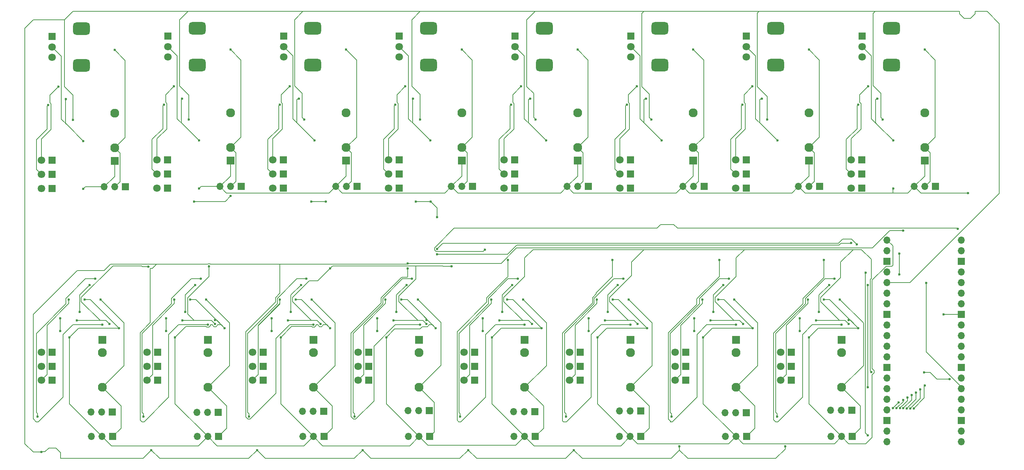
<source format=gbr>
%TF.GenerationSoftware,KiCad,Pcbnew,9.0.0*%
%TF.CreationDate,2025-06-12T15:06:46-04:00*%
%TF.ProjectId,Oblique Palette 0.5.1 PCB Main,4f626c69-7175-4652-9050-616c65747465,rev?*%
%TF.SameCoordinates,Original*%
%TF.FileFunction,Copper,L1,Top*%
%TF.FilePolarity,Positive*%
%FSLAX46Y46*%
G04 Gerber Fmt 4.6, Leading zero omitted, Abs format (unit mm)*
G04 Created by KiCad (PCBNEW 9.0.0) date 2025-06-12 15:06:46*
%MOMM*%
%LPD*%
G01*
G04 APERTURE LIST*
G04 Aperture macros list*
%AMRoundRect*
0 Rectangle with rounded corners*
0 $1 Rounding radius*
0 $2 $3 $4 $5 $6 $7 $8 $9 X,Y pos of 4 corners*
0 Add a 4 corners polygon primitive as box body*
4,1,4,$2,$3,$4,$5,$6,$7,$8,$9,$2,$3,0*
0 Add four circle primitives for the rounded corners*
1,1,$1+$1,$2,$3*
1,1,$1+$1,$4,$5*
1,1,$1+$1,$6,$7*
1,1,$1+$1,$8,$9*
0 Add four rect primitives between the rounded corners*
20,1,$1+$1,$2,$3,$4,$5,0*
20,1,$1+$1,$4,$5,$6,$7,0*
20,1,$1+$1,$6,$7,$8,$9,0*
20,1,$1+$1,$8,$9,$2,$3,0*%
G04 Aperture macros list end*
%TA.AperFunction,ComponentPad*%
%ADD10R,1.700000X1.700000*%
%TD*%
%TA.AperFunction,ComponentPad*%
%ADD11O,1.700000X1.700000*%
%TD*%
%TA.AperFunction,ComponentPad*%
%ADD12R,1.800000X1.800000*%
%TD*%
%TA.AperFunction,ComponentPad*%
%ADD13C,1.800000*%
%TD*%
%TA.AperFunction,ComponentPad*%
%ADD14RoundRect,0.750000X-1.250000X-0.750000X1.250000X-0.750000X1.250000X0.750000X-1.250000X0.750000X0*%
%TD*%
%TA.AperFunction,ComponentPad*%
%ADD15R,1.930000X1.830000*%
%TD*%
%TA.AperFunction,ComponentPad*%
%ADD16C,2.130000*%
%TD*%
%TA.AperFunction,ViaPad*%
%ADD17C,0.600000*%
%TD*%
%TA.AperFunction,Conductor*%
%ADD18C,0.200000*%
%TD*%
G04 APERTURE END LIST*
D10*
%TO.P,J56,1,Pin_1*%
%TO.N,Net-(J56-Pin_1)*%
X138525000Y-120180000D03*
D11*
%TO.P,J56,2,Pin_2*%
%TO.N,VCC*%
X135985000Y-120180000D03*
%TO.P,J56,3,Pin_3*%
%TO.N,GNDREF*%
X133445000Y-120180000D03*
%TD*%
D10*
%TO.P,J2,1,Pin_1*%
%TO.N,SERVO_1*%
X37432763Y-114282794D03*
D11*
%TO.P,J2,2,Pin_2*%
%TO.N,VCC*%
X34892763Y-114282794D03*
%TO.P,J2,3,Pin_3*%
%TO.N,GNDREF*%
X32352763Y-114282794D03*
%TD*%
D12*
%TO.P,RV2,1,1*%
%TO.N,GNDREF*%
X50717000Y-24320000D03*
D13*
%TO.P,RV2,2,2*%
%TO.N,Net-(J19-Pin_1)*%
X50717000Y-26820000D03*
%TO.P,RV2,3,3*%
%TO.N,Net-(D10-A)*%
X50717000Y-29320000D03*
D14*
%TO.P,RV2,MP,MountPin*%
%TO.N,unconnected-(RV2-MountPin-PadMP)*%
X57717000Y-22420000D03*
%TO.N,unconnected-(RV2-MountPin-PadMP)_1*%
X57717000Y-31220000D03*
%TD*%
D12*
%TO.P,D75,1,K*%
%TO.N,Net-(D75-K)*%
X174500000Y-103350000D03*
D13*
%TO.P,D75,2,A*%
%TO.N,Net-(D75-A)*%
X171960000Y-103350000D03*
%TD*%
D12*
%TO.P,D2,1,K*%
%TO.N,Net-(D2-K)*%
X23000000Y-60760000D03*
D13*
%TO.P,D2,2,A*%
%TO.N,Net-(D2-A)*%
X20460000Y-60760000D03*
%TD*%
D12*
%TO.P,RV3,1,1*%
%TO.N,GNDREF*%
X78374000Y-24320000D03*
D13*
%TO.P,RV3,2,2*%
%TO.N,Net-(J22-Pin_1)*%
X78374000Y-26820000D03*
%TO.P,RV3,3,3*%
%TO.N,Net-(D16-A)*%
X78374000Y-29320000D03*
D14*
%TO.P,RV3,MP,MountPin*%
%TO.N,unconnected-(RV3-MountPin-PadMP)_1*%
X85374000Y-22420000D03*
%TO.N,unconnected-(RV3-MountPin-PadMP)*%
X85374000Y-31220000D03*
%TD*%
D15*
%TO.P,J42,S*%
%TO.N,GNDREF*%
X35000000Y-97000000D03*
D16*
%TO.P,J42,T*%
%TO.N,Net-(J40-Pin_1)*%
X35000000Y-108400000D03*
%TO.P,J42,TN*%
%TO.N,unconnected-(J42-PadTN)*%
X35000000Y-100100000D03*
%TD*%
D12*
%TO.P,D67,1,K*%
%TO.N,Net-(D67-K)*%
X124000000Y-103350000D03*
D13*
%TO.P,D67,2,A*%
%TO.N,Net-(D67-A)*%
X121460000Y-103350000D03*
%TD*%
D10*
%TO.P,J16,1,Pin_1*%
%TO.N,Net-(J16-Pin_1)*%
X40580000Y-60410000D03*
D11*
%TO.P,J16,2,Pin_2*%
%TO.N,VCC*%
X38040000Y-60410000D03*
%TO.P,J16,3,Pin_3*%
%TO.N,GNDREF*%
X35500000Y-60410000D03*
%TD*%
D12*
%TO.P,D58,1,K*%
%TO.N,Net-(D58-K)*%
X73500000Y-106700000D03*
D13*
%TO.P,D58,2,A*%
%TO.N,Net-(D58-A)*%
X70960000Y-106700000D03*
%TD*%
D12*
%TO.P,D32,1,K*%
%TO.N,Net-(D32-K)*%
X161285000Y-60670000D03*
D13*
%TO.P,D32,2,A*%
%TO.N,Net-(D32-A)*%
X158745000Y-60670000D03*
%TD*%
D12*
%TO.P,D18,1,K*%
%TO.N,Net-(D18-K)*%
X78314000Y-53970000D03*
D13*
%TO.P,D18,2,A*%
%TO.N,Net-(D18-A)*%
X75774000Y-53970000D03*
%TD*%
D12*
%TO.P,D78,1,K*%
%TO.N,Net-(D78-K)*%
X199750000Y-106700000D03*
D13*
%TO.P,D78,2,A*%
%TO.N,Net-(D78-A)*%
X197210000Y-106700000D03*
%TD*%
D12*
%TO.P,D56,1,K*%
%TO.N,Net-(D56-K)*%
X48250000Y-100000000D03*
D13*
%TO.P,D56,2,A*%
%TO.N,Net-(D56-A)*%
X45710000Y-100000000D03*
%TD*%
D12*
%TO.P,RV8,1,1*%
%TO.N,GNDREF*%
X216659000Y-24320000D03*
D13*
%TO.P,RV8,2,2*%
%TO.N,Net-(J37-Pin_1)*%
X216659000Y-26820000D03*
%TO.P,RV8,3,3*%
%TO.N,Net-(D46-A)*%
X216659000Y-29320000D03*
D14*
%TO.P,RV8,MP,MountPin*%
%TO.N,unconnected-(RV8-MountPin-PadMP)_1*%
X223659000Y-22420000D03*
%TO.N,unconnected-(RV8-MountPin-PadMP)*%
X223659000Y-31220000D03*
%TD*%
D12*
%TO.P,D24,1,K*%
%TO.N,Net-(D24-K)*%
X105971000Y-53970000D03*
D13*
%TO.P,D24,2,A*%
%TO.N,Net-(D24-A)*%
X103431000Y-53970000D03*
%TD*%
D15*
%TO.P,J46,S*%
%TO.N,GNDREF*%
X60250000Y-97000000D03*
D16*
%TO.P,J46,T*%
%TO.N,Net-(J44-Pin_1)*%
X60250000Y-108400000D03*
%TO.P,J46,TN*%
%TO.N,unconnected-(J46-PadTN)*%
X60250000Y-100100000D03*
%TD*%
D10*
%TO.P,J44,1,Pin_1*%
%TO.N,Net-(J44-Pin_1)*%
X62775000Y-120180000D03*
D11*
%TO.P,J44,2,Pin_2*%
%TO.N,VCC*%
X60235000Y-120180000D03*
%TO.P,J44,3,Pin_3*%
%TO.N,GNDREF*%
X57695000Y-120180000D03*
%TD*%
D12*
%TO.P,D48,1,K*%
%TO.N,Net-(D48-K)*%
X216599000Y-53970000D03*
D13*
%TO.P,D48,2,A*%
%TO.N,Net-(D48-A)*%
X214059000Y-53970000D03*
%TD*%
D12*
%TO.P,D36,1,K*%
%TO.N,Net-(D36-K)*%
X161285000Y-53970000D03*
D13*
%TO.P,D36,2,A*%
%TO.N,Net-(D36-A)*%
X158745000Y-53970000D03*
%TD*%
D10*
%TO.P,J31,1,Pin_1*%
%TO.N,Net-(J31-Pin_1)*%
X178865000Y-60320000D03*
D11*
%TO.P,J31,2,Pin_2*%
%TO.N,VCC*%
X176325000Y-60320000D03*
%TO.P,J31,3,Pin_3*%
%TO.N,GNDREF*%
X173785000Y-60320000D03*
%TD*%
D10*
%TO.P,J7,1,Pin_1*%
%TO.N,SERVO_4*%
X113193477Y-113958108D03*
D11*
%TO.P,J7,2,Pin_2*%
%TO.N,VCC*%
X110653477Y-113958108D03*
%TO.P,J7,3,Pin_3*%
%TO.N,GNDREF*%
X108113477Y-113958108D03*
%TD*%
D12*
%TO.P,RV4,1,1*%
%TO.N,GNDREF*%
X106031000Y-24320000D03*
D13*
%TO.P,RV4,2,2*%
%TO.N,Net-(J25-Pin_1)*%
X106031000Y-26820000D03*
%TO.P,RV4,3,3*%
%TO.N,Net-(D22-A)*%
X106031000Y-29320000D03*
D14*
%TO.P,RV4,MP,MountPin*%
%TO.N,unconnected-(RV4-MountPin-PadMP)_1*%
X113031000Y-22420000D03*
%TO.N,unconnected-(RV4-MountPin-PadMP)*%
X113031000Y-31220000D03*
%TD*%
D12*
%TO.P,D38,1,K*%
%TO.N,Net-(D38-K)*%
X188942000Y-60670000D03*
D13*
%TO.P,D38,2,A*%
%TO.N,Net-(D38-A)*%
X186402000Y-60670000D03*
%TD*%
D10*
%TO.P,J13,1,Pin_1*%
%TO.N,SERVO_7*%
X188954192Y-114445137D03*
D11*
%TO.P,J13,2,Pin_2*%
%TO.N,VCC*%
X186414192Y-114445137D03*
%TO.P,J13,3,Pin_3*%
%TO.N,GNDREF*%
X183874192Y-114445137D03*
%TD*%
D12*
%TO.P,D76,1,K*%
%TO.N,Net-(D76-K)*%
X174500000Y-100000000D03*
D13*
%TO.P,D76,2,A*%
%TO.N,Net-(D76-A)*%
X171960000Y-100000000D03*
%TD*%
D12*
%TO.P,D66,1,K*%
%TO.N,Net-(D66-K)*%
X124000000Y-106700000D03*
D13*
%TO.P,D66,2,A*%
%TO.N,Net-(D66-A)*%
X121460000Y-106700000D03*
%TD*%
D10*
%TO.P,J11,1,Pin_1*%
%TO.N,SERVO_6*%
X163700620Y-114039279D03*
D11*
%TO.P,J11,2,Pin_2*%
%TO.N,VCC*%
X161160620Y-114039279D03*
%TO.P,J11,3,Pin_3*%
%TO.N,GNDREF*%
X158620620Y-114039279D03*
%TD*%
D12*
%TO.P,D64,1,K*%
%TO.N,Net-(D64-K)*%
X98750000Y-100000000D03*
D13*
%TO.P,D64,2,A*%
%TO.N,Net-(D64-A)*%
X96210000Y-100000000D03*
%TD*%
D12*
%TO.P,RV5,1,1*%
%TO.N,GNDREF*%
X133688000Y-24320000D03*
D13*
%TO.P,RV5,2,2*%
%TO.N,Net-(J28-Pin_1)*%
X133688000Y-26820000D03*
%TO.P,RV5,3,3*%
%TO.N,Net-(D28-A)*%
X133688000Y-29320000D03*
D14*
%TO.P,RV5,MP,MountPin*%
%TO.N,unconnected-(RV5-MountPin-PadMP)*%
X140688000Y-22420000D03*
%TO.N,unconnected-(RV5-MountPin-PadMP)_1*%
X140688000Y-31220000D03*
%TD*%
D12*
%TO.P,D8,1,K*%
%TO.N,Net-(D8-K)*%
X50657000Y-60670000D03*
D13*
%TO.P,D8,2,A*%
%TO.N,Net-(D8-A)*%
X48117000Y-60670000D03*
%TD*%
D10*
%TO.P,J4,1,Pin_1*%
%TO.N,SERVO_2*%
X62686334Y-114363965D03*
D11*
%TO.P,J4,2,Pin_2*%
%TO.N,VCC*%
X60146334Y-114363965D03*
%TO.P,J4,3,Pin_3*%
%TO.N,GNDREF*%
X57606334Y-114363965D03*
%TD*%
D12*
%TO.P,D71,1,K*%
%TO.N,Net-(D71-K)*%
X149250000Y-103350000D03*
D13*
%TO.P,D71,2,A*%
%TO.N,Net-(D71-A)*%
X146710000Y-103350000D03*
%TD*%
D10*
%TO.P,J25,1,Pin_1*%
%TO.N,Net-(J25-Pin_1)*%
X123551000Y-60320000D03*
D11*
%TO.P,J25,2,Pin_2*%
%TO.N,VCC*%
X121011000Y-60320000D03*
%TO.P,J25,3,Pin_3*%
%TO.N,GNDREF*%
X118471000Y-60320000D03*
%TD*%
D10*
%TO.P,J14,1,Pin_1*%
%TO.N,SERVO_8*%
X214207763Y-113876936D03*
D11*
%TO.P,J14,2,Pin_2*%
%TO.N,VCC*%
X211667763Y-113876936D03*
%TO.P,J14,3,Pin_3*%
%TO.N,GNDREF*%
X209127763Y-113876936D03*
%TD*%
D15*
%TO.P,J17,S*%
%TO.N,GNDREF*%
X38000000Y-54190000D03*
D16*
%TO.P,J17,T*%
%TO.N,Net-(D4-A)*%
X38000000Y-42790000D03*
%TO.P,J17,TN*%
%TO.N,VCC*%
X38000000Y-51090000D03*
%TD*%
D12*
%TO.P,D74,1,K*%
%TO.N,Net-(D74-K)*%
X174500000Y-106700000D03*
D13*
%TO.P,D74,2,A*%
%TO.N,Net-(D74-A)*%
X171960000Y-106700000D03*
%TD*%
D12*
%TO.P,D68,1,K*%
%TO.N,Net-(D68-K)*%
X124000000Y-100000000D03*
D13*
%TO.P,D68,2,A*%
%TO.N,Net-(D68-A)*%
X121460000Y-100000000D03*
%TD*%
D15*
%TO.P,J20,S*%
%TO.N,GNDREF*%
X65657000Y-54100000D03*
D16*
%TO.P,J20,T*%
%TO.N,Net-(D10-A)*%
X65657000Y-42700000D03*
%TO.P,J20,TN*%
%TO.N,VCC*%
X65657000Y-51000000D03*
%TD*%
D10*
%TO.P,J40,1,Pin_1*%
%TO.N,Net-(J40-Pin_1)*%
X37525000Y-120180000D03*
D11*
%TO.P,J40,2,Pin_2*%
%TO.N,VCC*%
X34985000Y-120180000D03*
%TO.P,J40,3,Pin_3*%
%TO.N,GNDREF*%
X32445000Y-120180000D03*
%TD*%
D10*
%TO.P,J9,1,Pin_1*%
%TO.N,SERVO_5*%
X138447049Y-114201622D03*
D11*
%TO.P,J9,2,Pin_2*%
%TO.N,VCC*%
X135907049Y-114201622D03*
%TO.P,J9,3,Pin_3*%
%TO.N,GNDREF*%
X133367049Y-114201622D03*
%TD*%
D12*
%TO.P,D80,1,K*%
%TO.N,Net-(D80-K)*%
X199750000Y-100000000D03*
D13*
%TO.P,D80,2,A*%
%TO.N,Net-(D80-A)*%
X197210000Y-100000000D03*
%TD*%
D12*
%TO.P,D3,1,K*%
%TO.N,Net-(D3-K)*%
X23000000Y-57410000D03*
D13*
%TO.P,D3,2,A*%
%TO.N,Net-(D3-A)*%
X20460000Y-57410000D03*
%TD*%
D12*
%TO.P,D62,1,K*%
%TO.N,Net-(D62-K)*%
X98750000Y-106700000D03*
D13*
%TO.P,D62,2,A*%
%TO.N,Net-(D62-A)*%
X96210000Y-106700000D03*
%TD*%
D12*
%TO.P,D50,1,K*%
%TO.N,Net-(D50-K)*%
X23000000Y-106700000D03*
D13*
%TO.P,D50,2,A*%
%TO.N,Net-(D50-A)*%
X20460000Y-106700000D03*
%TD*%
D15*
%TO.P,J32,S*%
%TO.N,GNDREF*%
X176285000Y-54100000D03*
D16*
%TO.P,J32,T*%
%TO.N,Net-(D34-A)*%
X176285000Y-42700000D03*
%TO.P,J32,TN*%
%TO.N,VCC*%
X176285000Y-51000000D03*
%TD*%
D12*
%TO.P,D15,1,K*%
%TO.N,Net-(D15-K)*%
X78314000Y-57320000D03*
D13*
%TO.P,D15,2,A*%
%TO.N,Net-(D15-A)*%
X75774000Y-57320000D03*
%TD*%
D10*
%TO.P,J22,1,Pin_1*%
%TO.N,Net-(J22-Pin_1)*%
X95894000Y-60320000D03*
D11*
%TO.P,J22,2,Pin_2*%
%TO.N,VCC*%
X93354000Y-60320000D03*
%TO.P,J22,3,Pin_3*%
%TO.N,GNDREF*%
X90814000Y-60320000D03*
%TD*%
D15*
%TO.P,J66,S*%
%TO.N,GNDREF*%
X186500000Y-97000000D03*
D16*
%TO.P,J66,T*%
%TO.N,Net-(J64-Pin_1)*%
X186500000Y-108400000D03*
%TO.P,J66,TN*%
%TO.N,unconnected-(J66-PadTN)*%
X186500000Y-100100000D03*
%TD*%
D10*
%TO.P,J28,1,Pin_1*%
%TO.N,Net-(J28-Pin_1)*%
X151208000Y-60320000D03*
D11*
%TO.P,J28,2,Pin_2*%
%TO.N,VCC*%
X148668000Y-60320000D03*
%TO.P,J28,3,Pin_3*%
%TO.N,GNDREF*%
X146128000Y-60320000D03*
%TD*%
D12*
%TO.P,D14,1,K*%
%TO.N,Net-(D14-K)*%
X78314000Y-60670000D03*
D13*
%TO.P,D14,2,A*%
%TO.N,Net-(D14-A)*%
X75774000Y-60670000D03*
%TD*%
D12*
%TO.P,RV6,1,1*%
%TO.N,GNDREF*%
X161345000Y-24320000D03*
D13*
%TO.P,RV6,2,2*%
%TO.N,Net-(J31-Pin_1)*%
X161345000Y-26820000D03*
%TO.P,RV6,3,3*%
%TO.N,Net-(D34-A)*%
X161345000Y-29320000D03*
D14*
%TO.P,RV6,MP,MountPin*%
%TO.N,unconnected-(RV6-MountPin-PadMP)*%
X168345000Y-22420000D03*
%TO.N,unconnected-(RV6-MountPin-PadMP)_1*%
X168345000Y-31220000D03*
%TD*%
D12*
%TO.P,D59,1,K*%
%TO.N,Net-(D59-K)*%
X73500000Y-103350000D03*
D13*
%TO.P,D59,2,A*%
%TO.N,Net-(D59-A)*%
X70960000Y-103350000D03*
%TD*%
D15*
%TO.P,J62,S*%
%TO.N,GNDREF*%
X161250000Y-97000000D03*
D16*
%TO.P,J62,T*%
%TO.N,Net-(J60-Pin_1)*%
X161250000Y-108400000D03*
%TO.P,J62,TN*%
%TO.N,unconnected-(J62-PadTN)*%
X161250000Y-100100000D03*
%TD*%
D12*
%TO.P,D60,1,K*%
%TO.N,Net-(D60-K)*%
X73500000Y-100000000D03*
D13*
%TO.P,D60,2,A*%
%TO.N,Net-(D60-A)*%
X70960000Y-100000000D03*
%TD*%
D10*
%TO.P,J19,1,Pin_1*%
%TO.N,Net-(J19-Pin_1)*%
X68237000Y-60320000D03*
D11*
%TO.P,J19,2,Pin_2*%
%TO.N,VCC*%
X65697000Y-60320000D03*
%TO.P,J19,3,Pin_3*%
%TO.N,GNDREF*%
X63157000Y-60320000D03*
%TD*%
D12*
%TO.P,D30,1,K*%
%TO.N,Net-(D30-K)*%
X133628000Y-53970000D03*
D13*
%TO.P,D30,2,A*%
%TO.N,Net-(D30-A)*%
X131088000Y-53970000D03*
%TD*%
D12*
%TO.P,D63,1,K*%
%TO.N,Net-(D63-K)*%
X98750000Y-103350000D03*
D13*
%TO.P,D63,2,A*%
%TO.N,Net-(D63-A)*%
X96210000Y-103350000D03*
%TD*%
D10*
%TO.P,J64,1,Pin_1*%
%TO.N,Net-(J64-Pin_1)*%
X189025000Y-120180000D03*
D11*
%TO.P,J64,2,Pin_2*%
%TO.N,VCC*%
X186485000Y-120180000D03*
%TO.P,J64,3,Pin_3*%
%TO.N,GNDREF*%
X183945000Y-120180000D03*
%TD*%
D12*
%TO.P,D42,1,K*%
%TO.N,Net-(D42-K)*%
X188942000Y-53970000D03*
D13*
%TO.P,D42,2,A*%
%TO.N,Net-(D42-A)*%
X186402000Y-53970000D03*
%TD*%
D10*
%TO.P,J34,1,Pin_1*%
%TO.N,Net-(J34-Pin_1)*%
X206522000Y-60320000D03*
D11*
%TO.P,J34,2,Pin_2*%
%TO.N,VCC*%
X203982000Y-60320000D03*
%TO.P,J34,3,Pin_3*%
%TO.N,GNDREF*%
X201442000Y-60320000D03*
%TD*%
D15*
%TO.P,J35,S*%
%TO.N,GNDREF*%
X203942000Y-54100000D03*
D16*
%TO.P,J35,T*%
%TO.N,Net-(D40-A)*%
X203942000Y-42700000D03*
%TO.P,J35,TN*%
%TO.N,VCC*%
X203942000Y-51000000D03*
%TD*%
D15*
%TO.P,J23,S*%
%TO.N,GNDREF*%
X93314000Y-54100000D03*
D16*
%TO.P,J23,T*%
%TO.N,Net-(D16-A)*%
X93314000Y-42700000D03*
%TO.P,J23,TN*%
%TO.N,VCC*%
X93314000Y-51000000D03*
%TD*%
D10*
%TO.P,J68,1,Pin_1*%
%TO.N,Net-(J68-Pin_1)*%
X214275000Y-120180000D03*
D11*
%TO.P,J68,2,Pin_2*%
%TO.N,VCC*%
X211735000Y-120180000D03*
%TO.P,J68,3,Pin_3*%
%TO.N,GNDREF*%
X209195000Y-120180000D03*
%TD*%
D15*
%TO.P,J29,S*%
%TO.N,GNDREF*%
X148628000Y-54100000D03*
D16*
%TO.P,J29,T*%
%TO.N,Net-(D28-A)*%
X148628000Y-42700000D03*
%TO.P,J29,TN*%
%TO.N,VCC*%
X148628000Y-51000000D03*
%TD*%
D12*
%TO.P,D26,1,K*%
%TO.N,Net-(D26-K)*%
X133628000Y-60670000D03*
D13*
%TO.P,D26,2,A*%
%TO.N,Net-(D26-A)*%
X131088000Y-60670000D03*
%TD*%
D15*
%TO.P,J58,S*%
%TO.N,GNDREF*%
X136000000Y-97000000D03*
D16*
%TO.P,J58,T*%
%TO.N,Net-(J56-Pin_1)*%
X136000000Y-108400000D03*
%TO.P,J58,TN*%
%TO.N,unconnected-(J58-PadTN)*%
X136000000Y-100100000D03*
%TD*%
D12*
%TO.P,D20,1,K*%
%TO.N,Net-(D20-K)*%
X105971000Y-60670000D03*
D13*
%TO.P,D20,2,A*%
%TO.N,Net-(D20-A)*%
X103431000Y-60670000D03*
%TD*%
D12*
%TO.P,RV1,1,1*%
%TO.N,GNDREF*%
X23060000Y-24410000D03*
D13*
%TO.P,RV1,2,2*%
%TO.N,Net-(J16-Pin_1)*%
X23060000Y-26910000D03*
%TO.P,RV1,3,3*%
%TO.N,Net-(D4-A)*%
X23060000Y-29410000D03*
D14*
%TO.P,RV1,MP,MountPin*%
%TO.N,unconnected-(RV1-MountPin-PadMP)_1*%
X30060000Y-22510000D03*
%TO.N,unconnected-(RV1-MountPin-PadMP)*%
X30060000Y-31310000D03*
%TD*%
D15*
%TO.P,J70,S*%
%TO.N,GNDREF*%
X211750000Y-97000000D03*
D16*
%TO.P,J70,T*%
%TO.N,Net-(J68-Pin_1)*%
X211750000Y-108400000D03*
%TO.P,J70,TN*%
%TO.N,unconnected-(J70-PadTN)*%
X211750000Y-100100000D03*
%TD*%
D12*
%TO.P,D21,1,K*%
%TO.N,Net-(D21-K)*%
X105971000Y-57320000D03*
D13*
%TO.P,D21,2,A*%
%TO.N,Net-(D21-A)*%
X103431000Y-57320000D03*
%TD*%
D12*
%TO.P,D45,1,K*%
%TO.N,Net-(D45-K)*%
X216599000Y-57320000D03*
D13*
%TO.P,D45,2,A*%
%TO.N,Net-(D45-A)*%
X214059000Y-57320000D03*
%TD*%
D15*
%TO.P,J26,S*%
%TO.N,GNDREF*%
X120971000Y-54100000D03*
D16*
%TO.P,J26,T*%
%TO.N,Net-(D22-A)*%
X120971000Y-42700000D03*
%TO.P,J26,TN*%
%TO.N,VCC*%
X120971000Y-51000000D03*
%TD*%
D12*
%TO.P,D72,1,K*%
%TO.N,Net-(D72-K)*%
X149250000Y-100000000D03*
D13*
%TO.P,D72,2,A*%
%TO.N,Net-(D72-A)*%
X146710000Y-100000000D03*
%TD*%
D12*
%TO.P,D44,1,K*%
%TO.N,Net-(D44-K)*%
X216599000Y-60670000D03*
D13*
%TO.P,D44,2,A*%
%TO.N,Net-(D44-A)*%
X214059000Y-60670000D03*
%TD*%
D12*
%TO.P,D55,1,K*%
%TO.N,Net-(D55-K)*%
X48250000Y-103350000D03*
D13*
%TO.P,D55,2,A*%
%TO.N,Net-(D55-A)*%
X45710000Y-103350000D03*
%TD*%
D12*
%TO.P,D39,1,K*%
%TO.N,Net-(D39-K)*%
X188942000Y-57320000D03*
D13*
%TO.P,D39,2,A*%
%TO.N,Net-(D39-A)*%
X186402000Y-57320000D03*
%TD*%
D15*
%TO.P,J38,S*%
%TO.N,GNDREF*%
X231599000Y-54100000D03*
D16*
%TO.P,J38,T*%
%TO.N,Net-(D46-A)*%
X231599000Y-42700000D03*
%TO.P,J38,TN*%
%TO.N,VCC*%
X231599000Y-51000000D03*
%TD*%
D10*
%TO.P,J37,1,Pin_1*%
%TO.N,Net-(J37-Pin_1)*%
X234179000Y-60320000D03*
D11*
%TO.P,J37,2,Pin_2*%
%TO.N,VCC*%
X231639000Y-60320000D03*
%TO.P,J37,3,Pin_3*%
%TO.N,GNDREF*%
X229099000Y-60320000D03*
%TD*%
D12*
%TO.P,D27,1,K*%
%TO.N,Net-(D27-K)*%
X133628000Y-57320000D03*
D13*
%TO.P,D27,2,A*%
%TO.N,Net-(D27-A)*%
X131088000Y-57320000D03*
%TD*%
D12*
%TO.P,D70,1,K*%
%TO.N,Net-(D70-K)*%
X149250000Y-106700000D03*
D13*
%TO.P,D70,2,A*%
%TO.N,Net-(D70-A)*%
X146710000Y-106700000D03*
%TD*%
D10*
%TO.P,J5,1,Pin_1*%
%TO.N,SERVO_3*%
X87939906Y-114120451D03*
D11*
%TO.P,J5,2,Pin_2*%
%TO.N,VCC*%
X85399906Y-114120451D03*
%TO.P,J5,3,Pin_3*%
%TO.N,GNDREF*%
X82859906Y-114120451D03*
%TD*%
D15*
%TO.P,J54,S*%
%TO.N,GNDREF*%
X110750000Y-97000000D03*
D16*
%TO.P,J54,T*%
%TO.N,Net-(J52-Pin_1)*%
X110750000Y-108400000D03*
%TO.P,J54,TN*%
%TO.N,unconnected-(J54-PadTN)*%
X110750000Y-100100000D03*
%TD*%
D12*
%TO.P,D54,1,K*%
%TO.N,Net-(D54-K)*%
X48250000Y-106700000D03*
D13*
%TO.P,D54,2,A*%
%TO.N,Net-(D54-A)*%
X45710000Y-106700000D03*
%TD*%
D12*
%TO.P,D52,1,K*%
%TO.N,Net-(D52-K)*%
X23000000Y-100000000D03*
D13*
%TO.P,D52,2,A*%
%TO.N,Net-(D52-A)*%
X20460000Y-100000000D03*
%TD*%
D12*
%TO.P,D6,1,K*%
%TO.N,Net-(D6-K)*%
X23000000Y-54060000D03*
D13*
%TO.P,D6,2,A*%
%TO.N,Net-(D6-A)*%
X20460000Y-54060000D03*
%TD*%
D12*
%TO.P,D12,1,K*%
%TO.N,Net-(D12-K)*%
X50657000Y-53970000D03*
D13*
%TO.P,D12,2,A*%
%TO.N,Net-(D12-A)*%
X48117000Y-53970000D03*
%TD*%
D12*
%TO.P,D9,1,K*%
%TO.N,Net-(D9-K)*%
X50657000Y-57320000D03*
D13*
%TO.P,D9,2,A*%
%TO.N,Net-(D9-A)*%
X48117000Y-57320000D03*
%TD*%
D10*
%TO.P,J48,1,Pin_1*%
%TO.N,Net-(J48-Pin_1)*%
X88025000Y-120180000D03*
D11*
%TO.P,J48,2,Pin_2*%
%TO.N,VCC*%
X85485000Y-120180000D03*
%TO.P,J48,3,Pin_3*%
%TO.N,GNDREF*%
X82945000Y-120180000D03*
%TD*%
D12*
%TO.P,D51,1,K*%
%TO.N,Net-(D51-K)*%
X23000000Y-103350000D03*
D13*
%TO.P,D51,2,A*%
%TO.N,Net-(D51-A)*%
X20460000Y-103350000D03*
%TD*%
D12*
%TO.P,D79,1,K*%
%TO.N,Net-(D79-K)*%
X199750000Y-103350000D03*
D13*
%TO.P,D79,2,A*%
%TO.N,Net-(D79-A)*%
X197210000Y-103350000D03*
%TD*%
D12*
%TO.P,RV7,1,1*%
%TO.N,GNDREF*%
X189002000Y-24320000D03*
D13*
%TO.P,RV7,2,2*%
%TO.N,Net-(J34-Pin_1)*%
X189002000Y-26820000D03*
%TO.P,RV7,3,3*%
%TO.N,Net-(D40-A)*%
X189002000Y-29320000D03*
D14*
%TO.P,RV7,MP,MountPin*%
%TO.N,unconnected-(RV7-MountPin-PadMP)_1*%
X196002000Y-22420000D03*
%TO.N,unconnected-(RV7-MountPin-PadMP)*%
X196002000Y-31220000D03*
%TD*%
D12*
%TO.P,D33,1,K*%
%TO.N,Net-(D33-K)*%
X161285000Y-57320000D03*
D13*
%TO.P,D33,2,A*%
%TO.N,Net-(D33-A)*%
X158745000Y-57320000D03*
%TD*%
D10*
%TO.P,J52,1,Pin_1*%
%TO.N,Net-(J52-Pin_1)*%
X113275000Y-120180000D03*
D11*
%TO.P,J52,2,Pin_2*%
%TO.N,VCC*%
X110735000Y-120180000D03*
%TO.P,J52,3,Pin_3*%
%TO.N,GNDREF*%
X108195000Y-120180000D03*
%TD*%
D15*
%TO.P,J50,S*%
%TO.N,GNDREF*%
X85500000Y-97000000D03*
D16*
%TO.P,J50,T*%
%TO.N,Net-(J48-Pin_1)*%
X85500000Y-108400000D03*
%TO.P,J50,TN*%
%TO.N,unconnected-(J50-PadTN)*%
X85500000Y-100100000D03*
%TD*%
D10*
%TO.P,J60,1,Pin_1*%
%TO.N,Net-(J60-Pin_1)*%
X163775000Y-120180000D03*
D11*
%TO.P,J60,2,Pin_2*%
%TO.N,VCC*%
X161235000Y-120180000D03*
%TO.P,J60,3,Pin_3*%
%TO.N,GNDREF*%
X158695000Y-120180000D03*
%TD*%
%TO.P,U2,1,GPIO0*%
%TO.N,SDA_0*%
X240390000Y-73150000D03*
%TO.P,U2,2,GPIO1*%
%TO.N,SCL_0*%
X240390000Y-75690000D03*
D10*
%TO.P,U2,3,GND*%
%TO.N,GNDREF*%
X240390000Y-78230000D03*
D11*
%TO.P,U2,4,GPIO2*%
%TO.N,SERVO_1*%
X240390000Y-80770000D03*
%TO.P,U2,5,GPIO3*%
%TO.N,SERVO_2*%
X240390000Y-83310000D03*
%TO.P,U2,6,GPIO4*%
%TO.N,SERVO_3*%
X240390000Y-85850000D03*
%TO.P,U2,7,GPIO5*%
%TO.N,SERVO_4*%
X240390000Y-88390000D03*
D10*
%TO.P,U2,8,GND*%
%TO.N,GNDREF*%
X240390000Y-90930000D03*
D11*
%TO.P,U2,9,GPIO6*%
%TO.N,SERVO_5*%
X240390000Y-93470000D03*
%TO.P,U2,10,GPIO7*%
%TO.N,SERVO_6*%
X240390000Y-96010000D03*
%TO.P,U2,11,GPIO8*%
%TO.N,SERVO_7*%
X240390000Y-98550000D03*
%TO.P,U2,12,GPIO9*%
%TO.N,SERVO_8*%
X240390000Y-101090000D03*
D10*
%TO.P,U2,13,GND*%
%TO.N,GNDREF*%
X240390000Y-103630000D03*
D11*
%TO.P,U2,14,GPIO10*%
%TO.N,SDA_1*%
X240390000Y-106170000D03*
%TO.P,U2,15,GPIO11*%
%TO.N,SCL_1*%
X240390000Y-108710000D03*
%TO.P,U2,16,GPIO12*%
%TO.N,unconnected-(U2-GPIO12-Pad16)_1*%
X240390000Y-111250000D03*
%TO.P,U2,17,GPIO13*%
%TO.N,unconnected-(U2-GPIO13-Pad17)*%
X240390000Y-113790000D03*
D10*
%TO.P,U2,18,GND*%
%TO.N,GNDREF*%
X240390000Y-116330000D03*
D11*
%TO.P,U2,19,GPIO14*%
%TO.N,unconnected-(U2-GPIO14-Pad19)*%
X240390000Y-118870000D03*
%TO.P,U2,20,GPIO15*%
%TO.N,unconnected-(U2-GPIO15-Pad20)*%
X240390000Y-121410000D03*
%TO.P,U2,21,GPIO16*%
%TO.N,unconnected-(U2-GPIO16-Pad21)*%
X222610000Y-121410000D03*
%TO.P,U2,22,GPIO17*%
%TO.N,Net-(U1-C)*%
X222610000Y-118870000D03*
D10*
%TO.P,U2,23,GND*%
%TO.N,GNDREF*%
X222610000Y-116330000D03*
D11*
%TO.P,U2,24,GPIO18*%
%TO.N,unconnected-(U2-GPIO18-Pad24)*%
X222610000Y-113790000D03*
%TO.P,U2,25,GPIO19*%
%TO.N,unconnected-(U2-GPIO19-Pad25)*%
X222610000Y-111250000D03*
%TO.P,U2,26,GPIO20*%
%TO.N,Net-(U1-B)*%
X222610000Y-108710000D03*
%TO.P,U2,27,GPIO21*%
%TO.N,Net-(U1-A)*%
X222610000Y-106170000D03*
D10*
%TO.P,U2,28,GND*%
%TO.N,GNDREF*%
X222610000Y-103630000D03*
D11*
%TO.P,U2,29,GPIO22*%
%TO.N,unconnected-(U2-GPIO22-Pad29)*%
X222610000Y-101090000D03*
%TO.P,U2,30,RUN*%
%TO.N,unconnected-(U2-RUN-Pad30)*%
X222610000Y-98550000D03*
%TO.P,U2,31,GPIO26_ADC0*%
%TO.N,unconnected-(U2-GPIO26_ADC0-Pad31)*%
X222610000Y-96010000D03*
%TO.P,U2,32,GPIO27_ADC1*%
%TO.N,unconnected-(U2-GPIO27_ADC1-Pad32)_1*%
X222610000Y-93470000D03*
D10*
%TO.P,U2,33,AGND*%
%TO.N,unconnected-(U2-AGND-Pad33)*%
X222610000Y-90930000D03*
D11*
%TO.P,U2,34,GPIO28_ADC2*%
%TO.N,Net-(U1-X)*%
X222610000Y-88390000D03*
%TO.P,U2,35,ADC_VREF*%
%TO.N,unconnected-(U2-ADC_VREF-Pad35)*%
X222610000Y-85850000D03*
%TO.P,U2,36,3V3*%
%TO.N,+3.3V*%
X222610000Y-83310000D03*
%TO.P,U2,37,3V3_EN*%
%TO.N,unconnected-(U2-3V3_EN-Pad37)*%
X222610000Y-80770000D03*
D10*
%TO.P,U2,38,GND*%
%TO.N,GNDREF*%
X222610000Y-78230000D03*
D11*
%TO.P,U2,39,VSYS*%
%TO.N,unconnected-(U2-VSYS-Pad39)*%
X222610000Y-75690000D03*
%TO.P,U2,40,VBUS*%
%TO.N,VCC*%
X222610000Y-73150000D03*
%TD*%
D17*
%TO.N,Net-(J52-Pin_1)*%
X110500000Y-87410000D03*
%TO.N,GNDREF*%
X30500000Y-60910000D03*
X236096350Y-90910000D03*
X242000000Y-61910000D03*
X58157000Y-60820000D03*
X224099000Y-60820000D03*
%TO.N,Net-(J40-Pin_1)*%
X34600000Y-87360000D03*
%TO.N,Net-(J44-Pin_1)*%
X59850000Y-87360000D03*
%TO.N,Net-(J48-Pin_1)*%
X85100000Y-87360000D03*
%TO.N,Net-(J56-Pin_1)*%
X135600000Y-87360000D03*
%TO.N,Net-(D3-A)*%
X22124640Y-40800844D03*
%TO.N,Net-(J60-Pin_1)*%
X160850000Y-87360000D03*
%TO.N,Net-(J64-Pin_1)*%
X186100000Y-87360000D03*
%TO.N,Net-(J68-Pin_1)*%
X211350000Y-87360000D03*
%TO.N,Net-(D6-A)*%
X24500000Y-36410000D03*
%TO.N,Net-(D66-A)*%
X127980000Y-87360000D03*
%TO.N,Net-(J16-Pin_1)*%
X30467155Y-49410000D03*
X26350000Y-39410000D03*
%TO.N,+3.3V*%
X173000000Y-122545000D03*
X72000000Y-123410000D03*
X221599000Y-44270000D03*
X110971000Y-44270000D03*
X166285000Y-44270000D03*
X138628000Y-44270000D03*
X20500000Y-123910000D03*
X193942000Y-44270000D03*
X55657000Y-44270000D03*
X147750000Y-123410000D03*
X97250000Y-123410000D03*
X46750000Y-123410000D03*
X122500000Y-123410000D03*
X83314000Y-44270000D03*
X198250000Y-122510000D03*
X28000000Y-44360000D03*
%TO.N,Net-(U18D--)*%
X95337500Y-115410000D03*
X109080000Y-82410000D03*
%TO.N,Net-(U18C--)*%
X100750000Y-94910000D03*
X100750000Y-91910000D03*
%TO.N,Net-(J19-Pin_1)*%
X58124155Y-49320000D03*
X54078804Y-39320000D03*
%TO.N,Net-(J22-Pin_1)*%
X82044000Y-39320000D03*
X85781155Y-49320000D03*
%TO.N,Net-(J25-Pin_1)*%
X109328172Y-39320000D03*
X113438155Y-49320000D03*
%TO.N,Net-(J28-Pin_1)*%
X141095155Y-49320000D03*
X137358000Y-39320000D03*
%TO.N,Net-(D70-A)*%
X153230000Y-87360000D03*
%TO.N,Net-(J31-Pin_1)*%
X165015000Y-39320000D03*
X168752155Y-49320000D03*
%TO.N,Net-(J34-Pin_1)*%
X192672000Y-39320000D03*
X196409155Y-49320000D03*
%TO.N,Net-(J37-Pin_1)*%
X224066155Y-49320000D03*
X220329000Y-39320000D03*
%TO.N,Net-(U12B-+)*%
X32000000Y-83910000D03*
X29587500Y-90322500D03*
%TO.N,Net-(U14B-+)*%
X54837500Y-90322500D03*
X57250000Y-83910000D03*
%TO.N,Net-(U16B-+)*%
X80087500Y-90322500D03*
X82500000Y-83910000D03*
%TO.N,Net-(U18B-+)*%
X107750000Y-83910000D03*
X105337500Y-90322500D03*
%TO.N,Net-(U20B-+)*%
X133000000Y-83910000D03*
X130587500Y-90322500D03*
%TO.N,Net-(U22B-+)*%
X155837500Y-90322500D03*
X158250000Y-83910000D03*
%TO.N,Net-(U24B-+)*%
X183500000Y-83910000D03*
X181087500Y-90322500D03*
%TO.N,Net-(U26B-+)*%
X206337500Y-90322500D03*
X208750000Y-83910000D03*
%TO.N,Net-(D74-A)*%
X178480000Y-87360000D03*
%TO.N,Net-(D39-A)*%
X188066640Y-40710844D03*
%TO.N,Net-(D33-A)*%
X160409640Y-40710844D03*
%TO.N,Net-(D36-A)*%
X162785000Y-36320000D03*
%TO.N,Net-(D27-A)*%
X132752640Y-40710844D03*
%TO.N,Net-(D9-A)*%
X49781640Y-40710844D03*
%TO.N,Net-(D12-A)*%
X52157000Y-36320000D03*
%TO.N,Net-(D15-A)*%
X77438640Y-40710844D03*
%TO.N,Net-(D78-A)*%
X203730000Y-87360000D03*
%TO.N,Net-(D18-A)*%
X79814000Y-36320000D03*
%TO.N,Net-(D48-A)*%
X218099000Y-36320000D03*
%TO.N,Net-(D45-A)*%
X215723640Y-40710844D03*
%TO.N,Net-(D62-A)*%
X102730000Y-87360000D03*
%TO.N,Net-(U1-C)*%
X218000000Y-119910000D03*
X217500000Y-80910000D03*
X115050000Y-76530000D03*
X214000000Y-73844604D03*
%TO.N,Net-(D24-A)*%
X107471000Y-36320000D03*
%TO.N,Net-(D21-A)*%
X105095640Y-40710844D03*
%TO.N,Net-(D30-A)*%
X135128000Y-36320000D03*
%TO.N,Net-(D42-A)*%
X190442000Y-36320000D03*
%TO.N,Net-(D50-A)*%
X26980000Y-87360000D03*
%TO.N,Net-(U1-B)*%
X217999000Y-83910000D03*
X215375735Y-74134265D03*
X218000000Y-108410000D03*
X115050000Y-75260000D03*
%TO.N,Net-(D54-A)*%
X52230000Y-87360000D03*
%TO.N,Net-(U1-X)*%
X225500000Y-76410000D03*
X225500000Y-81410000D03*
%TO.N,Net-(D58-A)*%
X77480000Y-87360000D03*
%TO.N,SERVO_1*%
X231627218Y-107967130D03*
X229022794Y-113432794D03*
%TO.N,Net-(U16C--)*%
X75500000Y-91910000D03*
X75500000Y-94910000D03*
%TO.N,Net-(U16D--)*%
X70087500Y-115410000D03*
X83830000Y-82410000D03*
%TO.N,SERVO_2*%
X228162628Y-113444431D03*
X230500000Y-108910000D03*
%TO.N,SERVO_3*%
X229500000Y-109639000D03*
X227324266Y-113434263D03*
%TO.N,SERVO_4*%
X226500000Y-113410000D03*
X228500000Y-110239000D03*
%TO.N,SERVO_6*%
X226450000Y-111439000D03*
X224864198Y-113394332D03*
%TO.N,SERVO_7*%
X225371000Y-112039000D03*
X224000000Y-113410000D03*
%TO.N,SCL_0*%
X60500000Y-79410000D03*
X118500000Y-79410000D03*
X89500000Y-79910000D03*
X54162500Y-92410000D03*
X239500000Y-70410000D03*
X61975000Y-93260000D03*
X79412500Y-92410000D03*
X126500000Y-75410000D03*
X87225000Y-93260000D03*
X46053684Y-79509000D03*
X36725000Y-93260000D03*
X112475000Y-93260000D03*
X28912500Y-92410000D03*
X104662500Y-92410000D03*
%TO.N,SDA_0*%
X111000000Y-93410000D03*
X226500000Y-70910000D03*
X85500000Y-93410000D03*
X108000000Y-78709000D03*
X108000000Y-79910000D03*
X60250000Y-93410000D03*
X35000000Y-93410000D03*
%TO.N,Net-(U12C--)*%
X25000000Y-94910000D03*
X25000000Y-91910000D03*
%TO.N,Net-(U12D--)*%
X33330000Y-82410000D03*
X19587500Y-115410000D03*
%TO.N,Net-(U14C--)*%
X50250000Y-91910000D03*
X50250000Y-94910000D03*
%TO.N,Net-(U14D--)*%
X44837500Y-115410000D03*
X58580000Y-82410000D03*
%TO.N,SDA_1*%
X129912500Y-92410000D03*
X237600000Y-106410000D03*
X213475000Y-93260000D03*
X188225000Y-93260000D03*
X218840235Y-104721235D03*
X155162500Y-92410000D03*
X231500000Y-104781000D03*
X137725000Y-93260000D03*
X162975000Y-93260000D03*
X180412500Y-92410000D03*
X205662500Y-92410000D03*
%TO.N,SCL_1*%
X211750000Y-93410000D03*
X157000000Y-77910000D03*
X232000000Y-83410000D03*
X207500000Y-77910000D03*
X136000000Y-93410000D03*
X132000000Y-77910000D03*
X182500000Y-77910000D03*
X186500000Y-93410000D03*
X161250000Y-93410000D03*
%TO.N,Net-(U20C--)*%
X126000000Y-91910000D03*
X126000000Y-94910000D03*
%TO.N,Net-(U20D--)*%
X120587500Y-115410000D03*
X134330000Y-82410000D03*
%TO.N,Net-(U22C--)*%
X151250000Y-91910000D03*
X151250000Y-94910000D03*
%TO.N,Net-(U22D--)*%
X145837500Y-115410000D03*
X159580000Y-82410000D03*
%TO.N,Net-(U24C--)*%
X176500000Y-91910000D03*
X176500000Y-94910000D03*
%TO.N,Net-(U24D--)*%
X171087500Y-115410000D03*
X184830000Y-82410000D03*
%TO.N,Net-(U26C--)*%
X201750000Y-91910000D03*
X201750000Y-94910000D03*
%TO.N,Net-(U26D--)*%
X196337500Y-115410000D03*
X210080000Y-82410000D03*
%TO.N,SERVO_5*%
X225700006Y-113407052D03*
X227501000Y-110839000D03*
%TO.N,VCC*%
X231599000Y-27520000D03*
X110000000Y-63910000D03*
X93314000Y-27520000D03*
X57000000Y-63910000D03*
X190500000Y-94210000D03*
X176285000Y-27520000D03*
X112475000Y-92310000D03*
X61975000Y-92310000D03*
X178675000Y-96410000D03*
X65697000Y-62607000D03*
X77675000Y-96410000D03*
X215750000Y-94210000D03*
X203942000Y-27520000D03*
X85000000Y-63910000D03*
X56040000Y-87360000D03*
X157040000Y-87360000D03*
X203925000Y-96410000D03*
X213475000Y-92310000D03*
X148628000Y-27520000D03*
X81290000Y-87360000D03*
X165250000Y-94210000D03*
X64250000Y-94210000D03*
X38000000Y-27610000D03*
X27175000Y-96410000D03*
X140000000Y-94210000D03*
X182290000Y-87360000D03*
X52425000Y-96410000D03*
X128175000Y-96410000D03*
X89500000Y-94210000D03*
X207540000Y-87360000D03*
X102925000Y-96410000D03*
X65657000Y-27520000D03*
X30790000Y-87360000D03*
X114750000Y-94210000D03*
X88500000Y-63910000D03*
X153425000Y-96410000D03*
X113500000Y-63910000D03*
X131790000Y-87360000D03*
X106540000Y-87360000D03*
X39000000Y-94210000D03*
X115050000Y-67640000D03*
X120971000Y-27520000D03*
%TD*%
D18*
%TO.N,SDA_0*%
X77300000Y-78909000D02*
X77500000Y-78909000D01*
X77500000Y-85853661D02*
X76429000Y-86924661D01*
X79825057Y-93410000D02*
X85500000Y-93410000D01*
X69358000Y-95052000D02*
X69358000Y-115530443D01*
X76429000Y-86924661D02*
X76429000Y-87981000D01*
X70336443Y-116011000D02*
X76500000Y-109847443D01*
X76429000Y-87981000D02*
X69358000Y-95052000D01*
X69358000Y-115530443D02*
X69838557Y-116011000D01*
X69838557Y-116011000D02*
X70336443Y-116011000D01*
X77500000Y-78909000D02*
X77500000Y-85853661D01*
X76500000Y-109847443D02*
X76500000Y-96735057D01*
X76500000Y-96735057D02*
X79825057Y-93410000D01*
X77300000Y-78909000D02*
X107800000Y-78909000D01*
X107800000Y-78909000D02*
X108000000Y-78709000D01*
%TO.N,SCL_0*%
X80500000Y-86910000D02*
X80500000Y-87910000D01*
X110000000Y-79310000D02*
X90100000Y-79310000D01*
X90100000Y-79310000D02*
X89500000Y-79910000D01*
X86500000Y-82910000D02*
X84500000Y-82910000D01*
X89500000Y-79910000D02*
X86500000Y-82910000D01*
X84500000Y-82910000D02*
X80500000Y-86910000D01*
X80500000Y-87910000D02*
X85000000Y-92410000D01*
X85000000Y-92410000D02*
X81500000Y-92410000D01*
%TO.N,SDA_0*%
X47000000Y-79910000D02*
X48001000Y-78909000D01*
X48001000Y-78909000D02*
X48500000Y-78909000D01*
X60250000Y-93410000D02*
X53250000Y-93410000D01*
X53250000Y-93410000D02*
X50905763Y-95754237D01*
X46500000Y-92910000D02*
X46500000Y-79910000D01*
X50905763Y-95754237D02*
X50905763Y-110743885D01*
X50905763Y-110743885D02*
X44989648Y-116660000D01*
X44989648Y-116660000D02*
X44500000Y-116660000D01*
X44500000Y-116660000D02*
X44109000Y-116269000D01*
X44109000Y-116269000D02*
X44109000Y-95301000D01*
X44109000Y-95301000D02*
X46500000Y-92910000D01*
X46500000Y-79910000D02*
X47000000Y-79910000D01*
X48500000Y-78909000D02*
X60151057Y-78909000D01*
X48500000Y-78909000D02*
X47500000Y-78909000D01*
X37433900Y-78909000D02*
X47500000Y-78909000D01*
X60848943Y-78909000D02*
X77300000Y-78909000D01*
X60151057Y-78909000D02*
X60251057Y-78809000D01*
X60251057Y-78809000D02*
X60748943Y-78809000D01*
X60748943Y-78809000D02*
X60848943Y-78909000D01*
%TO.N,SCL_0*%
X46053684Y-79509000D02*
X44599000Y-79509000D01*
X44599000Y-79509000D02*
X44400000Y-79310000D01*
X44400000Y-79310000D02*
X37600000Y-79310000D01*
X37600000Y-79310000D02*
X30000000Y-86910000D01*
X30000000Y-87910000D02*
X34500000Y-92410000D01*
X34500000Y-92410000D02*
X31000000Y-92410000D01*
X30000000Y-86910000D02*
X30000000Y-87910000D01*
%TO.N,SDA_0*%
X47500000Y-78909000D02*
X48001000Y-78909000D01*
X35000000Y-93410000D02*
X28000000Y-93410000D01*
X28000000Y-93410000D02*
X25655763Y-95754237D01*
X35500000Y-80410000D02*
X37000000Y-78910000D01*
X25655763Y-110743885D02*
X19739648Y-116660000D01*
X25655763Y-95754237D02*
X25655763Y-110743885D01*
X18500000Y-115910000D02*
X18500000Y-90910000D01*
X19739648Y-116660000D02*
X19250000Y-116660000D01*
X18500000Y-90910000D02*
X29000000Y-80410000D01*
X19250000Y-116660000D02*
X18500000Y-115910000D01*
X29000000Y-80410000D02*
X35500000Y-80410000D01*
X37000000Y-78910000D02*
X37432900Y-78910000D01*
X37432900Y-78910000D02*
X37433900Y-78909000D01*
%TO.N,SCL_0*%
X126500000Y-75410000D02*
X126049000Y-75861000D01*
X114801057Y-75861000D02*
X114449000Y-75508943D01*
X114449000Y-75011057D02*
X119151057Y-70309000D01*
X171601000Y-69410000D02*
X172500000Y-70309000D01*
X172500000Y-70309000D02*
X239399000Y-70309000D01*
X126049000Y-75861000D02*
X114801057Y-75861000D01*
X114449000Y-75508943D02*
X114449000Y-75011057D01*
X119151057Y-70309000D02*
X167601000Y-70309000D01*
X168500000Y-69410000D02*
X171601000Y-69410000D01*
X167601000Y-70309000D02*
X168500000Y-69410000D01*
X239399000Y-70309000D02*
X239500000Y-70410000D01*
%TO.N,SDA_0*%
X111000000Y-93410000D02*
X105075057Y-93410000D01*
X105075057Y-93410000D02*
X99951000Y-98534057D01*
X94500000Y-115422443D02*
X95088557Y-116011000D01*
X95586443Y-116011000D02*
X99951000Y-111646443D01*
X99951000Y-98534057D02*
X99951000Y-111646443D01*
X94500000Y-115422443D02*
X94500000Y-95410000D01*
X95586443Y-116011000D02*
X95088557Y-116011000D01*
X94500000Y-95410000D02*
X101679000Y-88231000D01*
X101679000Y-88231000D02*
X101679000Y-86924661D01*
X101679000Y-86924661D02*
X106594661Y-82009000D01*
X106594661Y-82009000D02*
X107901000Y-82009000D01*
X107901000Y-82009000D02*
X108000000Y-81910000D01*
X108000000Y-81910000D02*
X108000000Y-79910000D01*
%TO.N,Net-(J52-Pin_1)*%
X116000000Y-103150000D02*
X116000000Y-92910000D01*
%TO.N,SCL_0*%
X110000000Y-82509943D02*
X110000000Y-79310000D01*
%TO.N,SDA_0*%
X130351058Y-78709000D02*
X134051057Y-75009000D01*
X108000000Y-78709000D02*
X130351058Y-78709000D01*
%TO.N,Net-(J52-Pin_1)*%
X116000000Y-92910000D02*
X110500000Y-87410000D01*
%TO.N,GNDREF*%
X173785000Y-60320000D02*
X176285000Y-57820000D01*
X175336000Y-61871000D02*
X199891000Y-61871000D01*
X120022000Y-61871000D02*
X144577000Y-61871000D01*
X203942000Y-57820000D02*
X203942000Y-54100000D01*
X229099000Y-60320000D02*
X230689000Y-61910000D01*
X120971000Y-57820000D02*
X120971000Y-54100000D01*
X63157000Y-60320000D02*
X64708000Y-61871000D01*
X224000000Y-61871000D02*
X224000000Y-60910000D01*
X146128000Y-60320000D02*
X147679000Y-61871000D01*
X58657000Y-60320000D02*
X58157000Y-60820000D01*
X172234000Y-61871000D02*
X173785000Y-60320000D01*
X63157000Y-60320000D02*
X65657000Y-57820000D01*
X201442000Y-60320000D02*
X202993000Y-61871000D01*
X116920000Y-61871000D02*
X118471000Y-60320000D01*
X64708000Y-61871000D02*
X89263000Y-61871000D01*
X118471000Y-60320000D02*
X120022000Y-61871000D01*
X176285000Y-57820000D02*
X176285000Y-54100000D01*
X93314000Y-57820000D02*
X93314000Y-54100000D01*
X173785000Y-60320000D02*
X175336000Y-61871000D01*
X147679000Y-61871000D02*
X172234000Y-61871000D01*
X229099000Y-60320000D02*
X231599000Y-57820000D01*
X31000000Y-60410000D02*
X30500000Y-60910000D01*
X65657000Y-57820000D02*
X65657000Y-54100000D01*
X227548000Y-61871000D02*
X229099000Y-60320000D01*
X90814000Y-60320000D02*
X92365000Y-61871000D01*
X199891000Y-61871000D02*
X201442000Y-60320000D01*
X38000000Y-57910000D02*
X38000000Y-54190000D01*
X92365000Y-61871000D02*
X116920000Y-61871000D01*
X148628000Y-57820000D02*
X148628000Y-54100000D01*
X144577000Y-61871000D02*
X146128000Y-60320000D01*
X35500000Y-60410000D02*
X31000000Y-60410000D01*
X35500000Y-60410000D02*
X38000000Y-57910000D01*
X231599000Y-57820000D02*
X231599000Y-54100000D01*
X89263000Y-61871000D02*
X90814000Y-60320000D01*
X224000000Y-61871000D02*
X227548000Y-61871000D01*
X202993000Y-61871000D02*
X224000000Y-61871000D01*
X201442000Y-60320000D02*
X203942000Y-57820000D01*
X63157000Y-60320000D02*
X58657000Y-60320000D01*
X118471000Y-60320000D02*
X120971000Y-57820000D01*
X90814000Y-60320000D02*
X93314000Y-57820000D01*
X146128000Y-60320000D02*
X148628000Y-57820000D01*
X224009000Y-60910000D02*
X224099000Y-60820000D01*
X236096350Y-90910000D02*
X240370000Y-90910000D01*
X224000000Y-60910000D02*
X224009000Y-60910000D01*
X230689000Y-61910000D02*
X242000000Y-61910000D01*
%TO.N,Net-(J40-Pin_1)*%
X40201000Y-103199000D02*
X35000000Y-108400000D01*
X39500000Y-112900000D02*
X35000000Y-108400000D01*
X40201000Y-92961000D02*
X40201000Y-103199000D01*
X37525000Y-120180000D02*
X39500000Y-118205000D01*
X34600000Y-87360000D02*
X40201000Y-92961000D01*
X39500000Y-118205000D02*
X39500000Y-112900000D01*
%TO.N,Net-(J44-Pin_1)*%
X64750000Y-112900000D02*
X60250000Y-108400000D01*
X62775000Y-120180000D02*
X64750000Y-118205000D01*
X59850000Y-87360000D02*
X65451000Y-92961000D01*
X65451000Y-103199000D02*
X60250000Y-108400000D01*
X65451000Y-92961000D02*
X65451000Y-103199000D01*
X64750000Y-118205000D02*
X64750000Y-112900000D01*
%TO.N,Net-(J48-Pin_1)*%
X88025000Y-120180000D02*
X90000000Y-118205000D01*
X90000000Y-118205000D02*
X90000000Y-112900000D01*
X90000000Y-112900000D02*
X85500000Y-108400000D01*
X90701000Y-92961000D02*
X90701000Y-103199000D01*
X90701000Y-103199000D02*
X85500000Y-108400000D01*
X85100000Y-87360000D02*
X90701000Y-92961000D01*
%TO.N,Net-(J52-Pin_1)*%
X113275000Y-120180000D02*
X114344477Y-119110523D01*
X110750000Y-108400000D02*
X116000000Y-103150000D01*
X114344477Y-111994477D02*
X110750000Y-108400000D01*
X114344477Y-119110523D02*
X114344477Y-111994477D01*
%TO.N,Net-(J56-Pin_1)*%
X141201000Y-103199000D02*
X136000000Y-108400000D01*
X141201000Y-92961000D02*
X141201000Y-103199000D01*
X135600000Y-87360000D02*
X141201000Y-92961000D01*
X140500000Y-118205000D02*
X140500000Y-112900000D01*
X138525000Y-120180000D02*
X140500000Y-118205000D01*
X140500000Y-112900000D02*
X136000000Y-108400000D01*
%TO.N,Net-(D3-A)*%
X19259000Y-56209000D02*
X19259000Y-49151000D01*
X21850000Y-41075484D02*
X22124640Y-40800844D01*
X21850000Y-46560000D02*
X21850000Y-41075484D01*
X20460000Y-57410000D02*
X19259000Y-56209000D01*
X19259000Y-49151000D02*
X21850000Y-46560000D01*
%TO.N,Net-(J60-Pin_1)*%
X160850000Y-87360000D02*
X166451000Y-92961000D01*
X166451000Y-92961000D02*
X166451000Y-103199000D01*
X166451000Y-103199000D02*
X161250000Y-108400000D01*
X165750000Y-112900000D02*
X161250000Y-108400000D01*
X163775000Y-120180000D02*
X165750000Y-118205000D01*
X165750000Y-118205000D02*
X165750000Y-112900000D01*
%TO.N,Net-(J64-Pin_1)*%
X189025000Y-120180000D02*
X191000000Y-118205000D01*
X191000000Y-118205000D02*
X191000000Y-112900000D01*
X186100000Y-87360000D02*
X191701000Y-92961000D01*
X191701000Y-103199000D02*
X186500000Y-108400000D01*
X191701000Y-92961000D02*
X191701000Y-103199000D01*
X191000000Y-112900000D02*
X186500000Y-108400000D01*
%TO.N,Net-(J68-Pin_1)*%
X216250000Y-118205000D02*
X216250000Y-112900000D01*
X216250000Y-112900000D02*
X211750000Y-108400000D01*
X211350000Y-87360000D02*
X216951000Y-92961000D01*
X216951000Y-92961000D02*
X216951000Y-103199000D01*
X214275000Y-120180000D02*
X216250000Y-118205000D01*
X216951000Y-103199000D02*
X211750000Y-108400000D01*
%TO.N,Net-(D6-A)*%
X20460000Y-54060000D02*
X20460000Y-48950000D01*
X22774640Y-46635360D02*
X22774640Y-40531605D01*
X22774640Y-40531605D02*
X22500000Y-40256965D01*
X22500000Y-38410000D02*
X24500000Y-36410000D01*
X20460000Y-48950000D02*
X22774640Y-46635360D01*
X22500000Y-40256965D02*
X22500000Y-38410000D01*
%TO.N,Net-(D66-A)*%
X122799000Y-105361000D02*
X122799000Y-93530240D01*
X127980000Y-88349240D02*
X127980000Y-87360000D01*
X121460000Y-106700000D02*
X122799000Y-105361000D01*
X122799000Y-93530240D02*
X127980000Y-88349240D01*
%TO.N,Net-(J16-Pin_1)*%
X25250000Y-29100000D02*
X25250000Y-44192845D01*
X25250000Y-44192845D02*
X26733578Y-45676422D01*
X26733578Y-45676422D02*
X30467155Y-49410000D01*
X26233578Y-39676422D02*
X26500000Y-39410000D01*
X26233578Y-45176422D02*
X26233578Y-39676422D01*
X23060000Y-26910000D02*
X25250000Y-29100000D01*
X26733578Y-45676422D02*
X26233578Y-45176422D01*
%TO.N,+3.3V*%
X28000000Y-18410000D02*
X26000000Y-20410000D01*
X110971000Y-38272251D02*
X109000000Y-36301251D01*
X56500000Y-18410000D02*
X55500000Y-18410000D01*
X249399000Y-62011000D02*
X249399000Y-21736066D01*
X26000000Y-36410000D02*
X28000000Y-38410000D01*
X16500000Y-22410000D02*
X16500000Y-121910000D01*
X109000000Y-36301251D02*
X109000000Y-20410000D01*
X55500000Y-18410000D02*
X53500000Y-20410000D01*
X136500000Y-20410000D02*
X138500000Y-18410000D01*
X191616159Y-18793841D02*
X192000000Y-18410000D01*
X56500000Y-18410000D02*
X83500000Y-18410000D01*
X18500000Y-123910000D02*
X20500000Y-123910000D01*
X120500000Y-125410000D02*
X122500000Y-123410000D01*
X192000000Y-18410000D02*
X165000000Y-18410000D01*
X46750000Y-123410000D02*
X48750000Y-125410000D01*
X173000000Y-123410000D02*
X171000000Y-125410000D01*
X26000000Y-20410000D02*
X18500000Y-20410000D01*
X221099000Y-43770000D02*
X221099000Y-38009000D01*
X221099000Y-38009000D02*
X219286665Y-36196665D01*
X138128000Y-38038000D02*
X136500000Y-36410000D01*
X25051000Y-124013290D02*
X23966710Y-122929000D01*
X44750000Y-125410000D02*
X25051000Y-125410000D01*
X243651000Y-18986710D02*
X242566710Y-20071000D01*
X99250000Y-125410000D02*
X120500000Y-125410000D01*
X219286665Y-36196665D02*
X219286665Y-18909999D01*
X56500000Y-18410000D02*
X28000000Y-18410000D01*
X16500000Y-22410000D02*
X18500000Y-20410000D01*
X196000000Y-125410000D02*
X198250000Y-123160000D01*
X111000000Y-18410000D02*
X138500000Y-18410000D01*
X165785000Y-43770000D02*
X166285000Y-44270000D01*
X136500000Y-36410000D02*
X136500000Y-20410000D01*
X81000000Y-20410000D02*
X83000000Y-18410000D01*
X95250000Y-125410000D02*
X97250000Y-123410000D01*
X124500000Y-125410000D02*
X145750000Y-125410000D01*
X82814000Y-43770000D02*
X82814000Y-38027265D01*
X28000000Y-38410000D02*
X28000000Y-44360000D01*
X242566710Y-20071000D02*
X241033290Y-20071000D01*
X138628000Y-44270000D02*
X138128000Y-43770000D01*
X239949000Y-18410000D02*
X220500000Y-18410000D01*
X83500000Y-18410000D02*
X111000000Y-18410000D01*
X222610000Y-83310000D02*
X228100000Y-83310000D01*
X83314000Y-44270000D02*
X82814000Y-43770000D01*
X97250000Y-123410000D02*
X99250000Y-125410000D01*
X173000000Y-122545000D02*
X173000000Y-123410000D01*
X138128000Y-43770000D02*
X138128000Y-38038000D01*
X175000000Y-125410000D02*
X196000000Y-125410000D01*
X48750000Y-125410000D02*
X70000000Y-125410000D01*
X145750000Y-125410000D02*
X147750000Y-123410000D01*
X74000000Y-125410000D02*
X95250000Y-125410000D01*
X165000000Y-18410000D02*
X164500000Y-18410000D01*
X164000000Y-36410000D02*
X165785000Y-38195000D01*
X46750000Y-123410000D02*
X44750000Y-125410000D01*
X83000000Y-18410000D02*
X83500000Y-18410000D01*
X55657000Y-38412855D02*
X55657000Y-44270000D01*
X241033290Y-20071000D02*
X239949000Y-18986710D01*
X191616159Y-36453830D02*
X191616159Y-18793841D01*
X165785000Y-38195000D02*
X165785000Y-43770000D01*
X243651000Y-18410000D02*
X243651000Y-18986710D01*
X21349000Y-123806710D02*
X20603290Y-123806710D01*
X82814000Y-38027265D02*
X81000000Y-36213265D01*
X70000000Y-125410000D02*
X72000000Y-123410000D01*
X81000000Y-36213265D02*
X81000000Y-20410000D01*
X249399000Y-21736066D02*
X249389488Y-21299488D01*
X239949000Y-18986710D02*
X239949000Y-18410000D01*
X149750000Y-125410000D02*
X147750000Y-123410000D01*
X72000000Y-123410000D02*
X74000000Y-125410000D01*
X246500000Y-18410000D02*
X243651000Y-18410000D01*
X109000000Y-20410000D02*
X111000000Y-18410000D01*
X193942000Y-38779671D02*
X191616159Y-36453830D01*
X192000000Y-18410000D02*
X220500000Y-18410000D01*
X22226710Y-122929000D02*
X21349000Y-123806710D01*
X122500000Y-123410000D02*
X124500000Y-125410000D01*
X26000000Y-20410000D02*
X26000000Y-36410000D01*
X198250000Y-123160000D02*
X198250000Y-122510000D01*
X53500000Y-36255855D02*
X55657000Y-38412855D01*
X23966710Y-122929000D02*
X22226710Y-122929000D01*
X171000000Y-125410000D02*
X149750000Y-125410000D01*
X53500000Y-20410000D02*
X53500000Y-36255855D01*
X173000000Y-123410000D02*
X175000000Y-125410000D01*
X219286665Y-18909999D02*
X219786664Y-18410000D01*
X110971000Y-44270000D02*
X110971000Y-38272251D01*
X165000000Y-18410000D02*
X138500000Y-18410000D01*
X228100000Y-83310000D02*
X249399000Y-62011000D01*
X249389488Y-21299488D02*
X246500000Y-18410000D01*
X20603290Y-123806710D02*
X20500000Y-123910000D01*
X219786664Y-18410000D02*
X220500000Y-18410000D01*
X221599000Y-44270000D02*
X221099000Y-43770000D01*
X16500000Y-121910000D02*
X18500000Y-123910000D01*
X193942000Y-44270000D02*
X193942000Y-38779671D01*
X164000000Y-18910000D02*
X164000000Y-36410000D01*
X25051000Y-125410000D02*
X25051000Y-124013290D01*
X164500000Y-18410000D02*
X164000000Y-18910000D01*
%TO.N,Net-(U18D--)*%
X95009000Y-95504555D02*
X95009000Y-114381500D01*
X102080000Y-88433555D02*
X95009000Y-95504555D01*
X106760761Y-82410000D02*
X102080000Y-87090761D01*
X95337500Y-114710000D02*
X95337500Y-115410000D01*
X102080000Y-87090761D02*
X102080000Y-88433555D01*
X95009000Y-114381500D02*
X95337500Y-114710000D01*
X109080000Y-82410000D02*
X106760761Y-82410000D01*
%TO.N,Net-(U18C--)*%
X100750000Y-94910000D02*
X100750000Y-91910000D01*
%TO.N,Net-(J19-Pin_1)*%
X53890578Y-39586422D02*
X54157000Y-39320000D01*
X50717000Y-26820000D02*
X52907000Y-29010000D01*
X52907000Y-29010000D02*
X52907000Y-44102845D01*
X54390578Y-45586422D02*
X53890578Y-45086422D01*
X53890578Y-45086422D02*
X53890578Y-39586422D01*
X54390578Y-45586422D02*
X58124155Y-49320000D01*
X52907000Y-44102845D02*
X54390578Y-45586422D01*
%TO.N,Net-(J22-Pin_1)*%
X81547578Y-39586422D02*
X81814000Y-39320000D01*
X80564000Y-29010000D02*
X80564000Y-44102845D01*
X78374000Y-26820000D02*
X80564000Y-29010000D01*
X82047578Y-45586422D02*
X81547578Y-45086422D01*
X81547578Y-45086422D02*
X81547578Y-39586422D01*
X80564000Y-44102845D02*
X82047578Y-45586422D01*
X82047578Y-45586422D02*
X85781155Y-49320000D01*
%TO.N,Net-(J25-Pin_1)*%
X108221000Y-29010000D02*
X108221000Y-44102845D01*
X109204578Y-45086422D02*
X109204578Y-39586422D01*
X108221000Y-44102845D02*
X109704578Y-45586422D01*
X109204578Y-39586422D02*
X109471000Y-39320000D01*
X106031000Y-26820000D02*
X108221000Y-29010000D01*
X109704578Y-45586422D02*
X109204578Y-45086422D01*
X109704578Y-45586422D02*
X113438155Y-49320000D01*
%TO.N,Net-(J28-Pin_1)*%
X137361578Y-45586422D02*
X141095155Y-49320000D01*
X135878000Y-29010000D02*
X133688000Y-26820000D01*
X135878000Y-44102845D02*
X135878000Y-29010000D01*
X137361578Y-45586422D02*
X136861578Y-45086422D01*
X136861578Y-45086422D02*
X136861578Y-39586422D01*
X137361578Y-45586422D02*
X135878000Y-44102845D01*
X136861578Y-39586422D02*
X137128000Y-39320000D01*
%TO.N,Net-(D70-A)*%
X146710000Y-106700000D02*
X148049000Y-105361000D01*
X153230000Y-88349240D02*
X153230000Y-87360000D01*
X148049000Y-93530240D02*
X153230000Y-88349240D01*
X148049000Y-105361000D02*
X148049000Y-93530240D01*
%TO.N,Net-(J31-Pin_1)*%
X165018578Y-45586422D02*
X164518578Y-45086422D01*
X164518578Y-45086422D02*
X164518578Y-39586422D01*
X163535000Y-29010000D02*
X163535000Y-44102845D01*
X161345000Y-26820000D02*
X163535000Y-29010000D01*
X164518578Y-39586422D02*
X164785000Y-39320000D01*
X165018578Y-45586422D02*
X168752155Y-49320000D01*
X163535000Y-44102845D02*
X165018578Y-45586422D01*
%TO.N,Net-(J34-Pin_1)*%
X192175578Y-45086422D02*
X192175578Y-39586422D01*
X189002000Y-26820000D02*
X191192000Y-29010000D01*
X192675578Y-45586422D02*
X196409155Y-49320000D01*
X191192000Y-29010000D02*
X191192000Y-44102845D01*
X192675578Y-45586422D02*
X192175578Y-45086422D01*
X191192000Y-44102845D02*
X192675578Y-45586422D01*
X192175578Y-39586422D02*
X192442000Y-39320000D01*
%TO.N,Net-(J37-Pin_1)*%
X219832578Y-39586422D02*
X220099000Y-39320000D01*
X220332578Y-45586422D02*
X219832578Y-45086422D01*
X218849000Y-29010000D02*
X218849000Y-44102845D01*
X219832578Y-45086422D02*
X219832578Y-39586422D01*
X218849000Y-44102845D02*
X220332578Y-45586422D01*
X216659000Y-26820000D02*
X218849000Y-29010000D01*
X220332578Y-45586422D02*
X224066155Y-49320000D01*
%TO.N,Net-(U12B-+)*%
X29587500Y-86322500D02*
X32000000Y-83910000D01*
X29587500Y-90322500D02*
X29587500Y-86322500D01*
%TO.N,Net-(U14B-+)*%
X54837500Y-90322500D02*
X54837500Y-86322500D01*
X54837500Y-86322500D02*
X57250000Y-83910000D01*
%TO.N,Net-(U16B-+)*%
X80087500Y-86322500D02*
X82500000Y-83910000D01*
X80087500Y-90322500D02*
X80087500Y-86322500D01*
%TO.N,Net-(U18B-+)*%
X105337500Y-86322500D02*
X107750000Y-83910000D01*
X105337500Y-90322500D02*
X105337500Y-86322500D01*
%TO.N,Net-(U20B-+)*%
X130587500Y-86322500D02*
X133000000Y-83910000D01*
X130587500Y-90322500D02*
X130587500Y-86322500D01*
%TO.N,Net-(U22B-+)*%
X155837500Y-86322500D02*
X158250000Y-83910000D01*
X155837500Y-90322500D02*
X155837500Y-86322500D01*
%TO.N,Net-(U24B-+)*%
X181087500Y-86322500D02*
X183500000Y-83910000D01*
X181087500Y-90322500D02*
X181087500Y-86322500D01*
%TO.N,Net-(U26B-+)*%
X206337500Y-86322500D02*
X208750000Y-83910000D01*
X206337500Y-90322500D02*
X206337500Y-86322500D01*
%TO.N,Net-(D74-A)*%
X173299000Y-93530240D02*
X178480000Y-88349240D01*
X171960000Y-106700000D02*
X173299000Y-105361000D01*
X178480000Y-88349240D02*
X178480000Y-87360000D01*
X173299000Y-105361000D02*
X173299000Y-93530240D01*
%TO.N,Net-(D39-A)*%
X185201000Y-56119000D02*
X185201000Y-49061000D01*
X187792000Y-46470000D02*
X187792000Y-40985484D01*
X185201000Y-49061000D02*
X187792000Y-46470000D01*
X186402000Y-57320000D02*
X185201000Y-56119000D01*
X187792000Y-40985484D02*
X188066640Y-40710844D01*
%TO.N,Net-(D33-A)*%
X160135000Y-46470000D02*
X160135000Y-40985484D01*
X158745000Y-57320000D02*
X157544000Y-56119000D01*
X157544000Y-49061000D02*
X160135000Y-46470000D01*
X160135000Y-40985484D02*
X160409640Y-40710844D01*
X157544000Y-56119000D02*
X157544000Y-49061000D01*
%TO.N,Net-(D36-A)*%
X158745000Y-53970000D02*
X158745000Y-48860000D01*
X160785000Y-38320000D02*
X162785000Y-36320000D01*
X161059640Y-40441605D02*
X160785000Y-40166965D01*
X161059640Y-46545360D02*
X161059640Y-40441605D01*
X158745000Y-48860000D02*
X161059640Y-46545360D01*
X160785000Y-40166965D02*
X160785000Y-38320000D01*
%TO.N,Net-(D27-A)*%
X129887000Y-49061000D02*
X132478000Y-46470000D01*
X131088000Y-57320000D02*
X129887000Y-56119000D01*
X132478000Y-46470000D02*
X132478000Y-40985484D01*
X129887000Y-56119000D02*
X129887000Y-49061000D01*
X132478000Y-40985484D02*
X132752640Y-40710844D01*
%TO.N,Net-(D9-A)*%
X48117000Y-57320000D02*
X46916000Y-56119000D01*
X46916000Y-49061000D02*
X49507000Y-46470000D01*
X46916000Y-56119000D02*
X46916000Y-49061000D01*
X49507000Y-46470000D02*
X49507000Y-40985484D01*
X49507000Y-40985484D02*
X49781640Y-40710844D01*
%TO.N,Net-(D12-A)*%
X48117000Y-53970000D02*
X48117000Y-48860000D01*
X50157000Y-40166965D02*
X50157000Y-38320000D01*
X50431640Y-40441605D02*
X50157000Y-40166965D01*
X48117000Y-48860000D02*
X50431640Y-46545360D01*
X50157000Y-38320000D02*
X52157000Y-36320000D01*
X50431640Y-46545360D02*
X50431640Y-40441605D01*
%TO.N,Net-(D15-A)*%
X77164000Y-40985484D02*
X77438640Y-40710844D01*
X75774000Y-57320000D02*
X74573000Y-56119000D01*
X77164000Y-46470000D02*
X77164000Y-40985484D01*
X74573000Y-56119000D02*
X74573000Y-49061000D01*
X74573000Y-49061000D02*
X77164000Y-46470000D01*
%TO.N,Net-(D78-A)*%
X198549000Y-105361000D02*
X198549000Y-93530240D01*
X197210000Y-106700000D02*
X198549000Y-105361000D01*
X198549000Y-93530240D02*
X203730000Y-88349240D01*
X203730000Y-88349240D02*
X203730000Y-87360000D01*
%TO.N,Net-(D18-A)*%
X77814000Y-40166965D02*
X77814000Y-38320000D01*
X75774000Y-53970000D02*
X75774000Y-48860000D01*
X75774000Y-48860000D02*
X78088640Y-46545360D01*
X78088640Y-40441605D02*
X77814000Y-40166965D01*
X77814000Y-38320000D02*
X79814000Y-36320000D01*
X78088640Y-46545360D02*
X78088640Y-40441605D01*
%TO.N,Net-(D48-A)*%
X216373640Y-46545360D02*
X216373640Y-40441605D01*
X216099000Y-40166965D02*
X216099000Y-38320000D01*
X214059000Y-48860000D02*
X216373640Y-46545360D01*
X214059000Y-53970000D02*
X214059000Y-48860000D01*
X216373640Y-40441605D02*
X216099000Y-40166965D01*
X216099000Y-38320000D02*
X218099000Y-36320000D01*
%TO.N,Net-(D45-A)*%
X212858000Y-49061000D02*
X215449000Y-46470000D01*
X214059000Y-57320000D02*
X212858000Y-56119000D01*
X212858000Y-56119000D02*
X212858000Y-49061000D01*
X215449000Y-40985484D02*
X215723640Y-40710844D01*
X215449000Y-46470000D02*
X215449000Y-40985484D01*
%TO.N,Net-(D62-A)*%
X97549000Y-105361000D02*
X97549000Y-93530240D01*
X97549000Y-93530240D02*
X102730000Y-88349240D01*
X102730000Y-88349240D02*
X102730000Y-87360000D01*
X96210000Y-106700000D02*
X97549000Y-105361000D01*
%TO.N,Net-(U1-C)*%
X217398000Y-81012000D02*
X217398000Y-119308000D01*
X211166100Y-74311000D02*
X134099000Y-74311000D01*
X217398000Y-119308000D02*
X218000000Y-119910000D01*
X213934604Y-73910000D02*
X211567100Y-73910000D01*
X211567100Y-73910000D02*
X211166100Y-74311000D01*
X214000000Y-73844604D02*
X213934604Y-73910000D01*
X134099000Y-74311000D02*
X131880000Y-76530000D01*
X131880000Y-76530000D02*
X115050000Y-76530000D01*
X217500000Y-80910000D02*
X217398000Y-81012000D01*
%TO.N,Net-(D24-A)*%
X105471000Y-38320000D02*
X107471000Y-36320000D01*
X105471000Y-40166965D02*
X105471000Y-38320000D01*
X103431000Y-53970000D02*
X103431000Y-48860000D01*
X105745640Y-46545360D02*
X105745640Y-40441605D01*
X103431000Y-48860000D02*
X105745640Y-46545360D01*
X105745640Y-40441605D02*
X105471000Y-40166965D01*
%TO.N,Net-(D21-A)*%
X102230000Y-49061000D02*
X104821000Y-46470000D01*
X104821000Y-46470000D02*
X104821000Y-40985484D01*
X102230000Y-56119000D02*
X102230000Y-49061000D01*
X103431000Y-57320000D02*
X102230000Y-56119000D01*
X104821000Y-40985484D02*
X105095640Y-40710844D01*
%TO.N,Net-(D30-A)*%
X133402640Y-40441605D02*
X133128000Y-40166965D01*
X131088000Y-48860000D02*
X133402640Y-46545360D01*
X133128000Y-38320000D02*
X135128000Y-36320000D01*
X133402640Y-46545360D02*
X133402640Y-40441605D01*
X133128000Y-40166965D02*
X133128000Y-38320000D01*
X131088000Y-53970000D02*
X131088000Y-48860000D01*
%TO.N,Net-(D42-A)*%
X186402000Y-48860000D02*
X188716640Y-46545360D01*
X188716640Y-46545360D02*
X188716640Y-40441605D01*
X188442000Y-40166965D02*
X188442000Y-38320000D01*
X188716640Y-40441605D02*
X188442000Y-40166965D01*
X188442000Y-38320000D02*
X190442000Y-36320000D01*
X186402000Y-53970000D02*
X186402000Y-48860000D01*
%TO.N,Net-(D50-A)*%
X20460000Y-106700000D02*
X21799000Y-105361000D01*
X21799000Y-93530240D02*
X26980000Y-88349240D01*
X21799000Y-105361000D02*
X21799000Y-93530240D01*
X26980000Y-88349240D02*
X26980000Y-87360000D01*
%TO.N,Net-(U1-B)*%
X215375735Y-74134265D02*
X214151470Y-72910000D01*
X214151470Y-72910000D02*
X212000000Y-72910000D01*
X116400000Y-73910000D02*
X211000000Y-73910000D01*
X212000000Y-72910000D02*
X211000000Y-73910000D01*
X115050000Y-75260000D02*
X116400000Y-73910000D01*
X217999000Y-83910000D02*
X218000000Y-83911000D01*
X218000000Y-83911000D02*
X218000000Y-108410000D01*
%TO.N,Net-(D54-A)*%
X47049000Y-93530240D02*
X52230000Y-88349240D01*
X52230000Y-88349240D02*
X52230000Y-87360000D01*
X47049000Y-105361000D02*
X47049000Y-93530240D01*
X45710000Y-106700000D02*
X47049000Y-105361000D01*
%TO.N,Net-(U1-X)*%
X225500000Y-76410000D02*
X225500000Y-81410000D01*
%TO.N,Net-(D58-A)*%
X77480000Y-88349240D02*
X77480000Y-87360000D01*
X72299000Y-93622170D02*
X77480000Y-88441169D01*
X77480000Y-88441169D02*
X77480000Y-87360000D01*
X72299000Y-105361000D02*
X72299000Y-93530240D01*
X72299000Y-105361000D02*
X72299000Y-93622170D01*
X72299000Y-93530240D02*
X77480000Y-88349240D01*
X70960000Y-106700000D02*
X72299000Y-105361000D01*
%TO.N,SERVO_1*%
X231500000Y-108094348D02*
X231500000Y-110955588D01*
X231500000Y-110955588D02*
X229022794Y-113432794D01*
X231627218Y-107967130D02*
X231500000Y-108094348D01*
%TO.N,Net-(U16C--)*%
X75500000Y-94910000D02*
X75500000Y-91910000D01*
%TO.N,Net-(U16D--)*%
X83830000Y-82410000D02*
X81510761Y-82410000D01*
X76830000Y-88433555D02*
X69759000Y-95504555D01*
X69759000Y-95504555D02*
X69759000Y-114381500D01*
X69759000Y-114381500D02*
X70087500Y-114710000D01*
X76830000Y-87090761D02*
X76830000Y-88433555D01*
X81510761Y-82410000D02*
X76830000Y-87090761D01*
X70087500Y-114710000D02*
X70087500Y-115410000D01*
%TO.N,SERVO_2*%
X228162628Y-113444431D02*
X230500000Y-111107059D01*
X230500000Y-111107059D02*
X230500000Y-108910000D01*
%TO.N,SERVO_3*%
X229500000Y-111258529D02*
X229500000Y-109639000D01*
X227324266Y-113434263D02*
X229500000Y-111258529D01*
%TO.N,SERVO_4*%
X226500000Y-113410000D02*
X228500000Y-111410000D01*
X228500000Y-111410000D02*
X228500000Y-110239000D01*
%TO.N,SERVO_6*%
X226450000Y-111808529D02*
X226450000Y-111439000D01*
X224864198Y-113394332D02*
X225061628Y-113196901D01*
X225061628Y-113196901D02*
X225061628Y-113195488D01*
X225061628Y-113195488D02*
X225063040Y-113195488D01*
X225063040Y-113195488D02*
X226450000Y-111808529D01*
%TO.N,SERVO_7*%
X225371000Y-112039000D02*
X224000000Y-113410000D01*
%TO.N,SCL_0*%
X116400000Y-79310000D02*
X116500000Y-79410000D01*
X60500000Y-81910000D02*
X60500000Y-79410000D01*
X57000000Y-92410000D02*
X61125000Y-92410000D01*
X110000000Y-79310000D02*
X116400000Y-79310000D01*
X110500000Y-92410000D02*
X105939000Y-87849000D01*
X116500000Y-79410000D02*
X118500000Y-79410000D01*
X105939000Y-87849000D02*
X105939000Y-86570943D01*
X105939000Y-86570943D02*
X110000000Y-82509943D01*
X55439000Y-90849000D02*
X55439000Y-86971000D01*
X81500000Y-92410000D02*
X86375000Y-92410000D01*
X61125000Y-92410000D02*
X61975000Y-93260000D01*
X110500000Y-92410000D02*
X111625000Y-92410000D01*
X104662500Y-92410000D02*
X110500000Y-92410000D01*
X54162500Y-92410000D02*
X57000000Y-92410000D01*
X55439000Y-86971000D02*
X60500000Y-81910000D01*
X79412500Y-92410000D02*
X81500000Y-92410000D01*
X57000000Y-92410000D02*
X55439000Y-90849000D01*
X28912500Y-92410000D02*
X31000000Y-92410000D01*
X111625000Y-92410000D02*
X112475000Y-93260000D01*
X86375000Y-92410000D02*
X87225000Y-93260000D01*
X35875000Y-92410000D02*
X36725000Y-93260000D01*
X31000000Y-92410000D02*
X35875000Y-92410000D01*
%TO.N,SDA_0*%
X219123240Y-75009000D02*
X134051057Y-75009000D01*
X223222240Y-70910000D02*
X219123240Y-75009000D01*
X226500000Y-70910000D02*
X223222240Y-70910000D01*
%TO.N,Net-(U12C--)*%
X25000000Y-94910000D02*
X25000000Y-91910000D01*
%TO.N,Net-(U12D--)*%
X19259000Y-95504555D02*
X19259000Y-114381500D01*
X33330000Y-82410000D02*
X31010761Y-82410000D01*
X26330000Y-87090761D02*
X26330000Y-88433555D01*
X19259000Y-114381500D02*
X19587500Y-114710000D01*
X31010761Y-82410000D02*
X26330000Y-87090761D01*
X26330000Y-88433555D02*
X19259000Y-95504555D01*
X19587500Y-114710000D02*
X19587500Y-115410000D01*
%TO.N,Net-(U14C--)*%
X50250000Y-94910000D02*
X50250000Y-91910000D01*
%TO.N,Net-(U14D--)*%
X51580000Y-87090761D02*
X51580000Y-88433555D01*
X56260761Y-82410000D02*
X51580000Y-87090761D01*
X44509000Y-114381500D02*
X44837500Y-114710000D01*
X44509000Y-95504555D02*
X44509000Y-114381500D01*
X58580000Y-82410000D02*
X56260761Y-82410000D01*
X51580000Y-88433555D02*
X44509000Y-95504555D01*
X44837500Y-114710000D02*
X44837500Y-115410000D01*
%TO.N,SDA_1*%
X218599000Y-104480000D02*
X218840235Y-104721235D01*
X218840235Y-77750235D02*
X218840235Y-82344905D01*
X181500000Y-86910000D02*
X186500000Y-81910000D01*
X164500000Y-75410000D02*
X165000000Y-75410000D01*
X211500000Y-78410000D02*
X214500000Y-75410000D01*
X138000000Y-75410000D02*
X165000000Y-75410000D01*
X206750000Y-86910000D02*
X211500000Y-82160000D01*
X234500000Y-106410000D02*
X237600000Y-106410000D01*
X211250000Y-92410000D02*
X207750000Y-92410000D01*
X216500000Y-75410000D02*
X218840235Y-77750235D01*
X232871000Y-104781000D02*
X234500000Y-106410000D01*
X188500000Y-75410000D02*
X213500000Y-75410000D01*
X136000000Y-81910000D02*
X136000000Y-77410000D01*
X160750000Y-92410000D02*
X157250000Y-92410000D01*
X182500000Y-92410000D02*
X187375000Y-92410000D01*
X206750000Y-87910000D02*
X211250000Y-92410000D01*
X206750000Y-86910000D02*
X206750000Y-87910000D01*
X136000000Y-77410000D02*
X138000000Y-75410000D01*
X131000000Y-86910000D02*
X136000000Y-81910000D01*
X186500000Y-77410000D02*
X188500000Y-75410000D01*
X186500000Y-81910000D02*
X186500000Y-77410000D01*
X161500000Y-81660000D02*
X161500000Y-78410000D01*
X213500000Y-75410000D02*
X216500000Y-75410000D01*
X181500000Y-87910000D02*
X186000000Y-92410000D01*
X180412500Y-92410000D02*
X182500000Y-92410000D01*
X212625000Y-92410000D02*
X213475000Y-93260000D01*
X218840235Y-82344905D02*
X218599000Y-82586140D01*
X211500000Y-82160000D02*
X211500000Y-78410000D01*
X162125000Y-92410000D02*
X162975000Y-93260000D01*
X187375000Y-92410000D02*
X188225000Y-93260000D01*
X156250000Y-86910000D02*
X156250000Y-87910000D01*
X218599000Y-82586140D02*
X218599000Y-104480000D01*
X165000000Y-75410000D02*
X188500000Y-75410000D01*
X205662500Y-92410000D02*
X207750000Y-92410000D01*
X157250000Y-92410000D02*
X162125000Y-92410000D01*
X156250000Y-87910000D02*
X160750000Y-92410000D01*
X214500000Y-75410000D02*
X213500000Y-75410000D01*
X131000000Y-87910000D02*
X135500000Y-92410000D01*
X161500000Y-78410000D02*
X164500000Y-75410000D01*
X135500000Y-92410000D02*
X132000000Y-92410000D01*
X155162500Y-92410000D02*
X157250000Y-92410000D01*
X131000000Y-86910000D02*
X131000000Y-87910000D01*
X156250000Y-86910000D02*
X161500000Y-81660000D01*
X136875000Y-92410000D02*
X137725000Y-93260000D01*
X186000000Y-92410000D02*
X182500000Y-92410000D01*
X129912500Y-92410000D02*
X132000000Y-92410000D01*
X207750000Y-92410000D02*
X212625000Y-92410000D01*
X181500000Y-86910000D02*
X181500000Y-87910000D01*
X132000000Y-92410000D02*
X136875000Y-92410000D01*
X231500000Y-104781000D02*
X232871000Y-104781000D01*
%TO.N,SCL_1*%
X177143228Y-88553227D02*
X177143228Y-87210433D01*
X170358000Y-95338455D02*
X177143228Y-88553227D01*
X153096831Y-85813169D02*
X157000000Y-81910000D01*
X171000000Y-116660000D02*
X170358000Y-116018000D01*
X152179000Y-86924661D02*
X153096831Y-86006830D01*
X126929000Y-86924661D02*
X126929000Y-87981000D01*
X119858000Y-95052000D02*
X119858000Y-114547600D01*
X132000000Y-77910000D02*
X132000000Y-81910000D01*
X207500000Y-77910000D02*
X207500000Y-82103661D01*
X171000000Y-116660000D02*
X170750000Y-116660000D01*
X207500000Y-82103661D02*
X202500000Y-87103661D01*
X131844661Y-82009000D02*
X126929000Y-86924661D01*
X153096831Y-86006830D02*
X153096831Y-85813169D01*
X195500000Y-116160000D02*
X196000000Y-116660000D01*
X171239648Y-116660000D02*
X171000000Y-116660000D01*
X232000000Y-99910000D02*
X240390000Y-108300000D01*
X145000000Y-95446455D02*
X152179000Y-88267455D01*
X157000000Y-81910000D02*
X157000000Y-77910000D01*
X119859000Y-114548600D02*
X119859000Y-116269000D01*
X202405763Y-95754237D02*
X202405763Y-110743885D01*
X196489648Y-116660000D02*
X196000000Y-116660000D01*
X145250000Y-116660000D02*
X145000000Y-116410000D01*
X145250000Y-116660000D02*
X145989648Y-116660000D01*
X126655763Y-95754237D02*
X126655763Y-110743885D01*
X179500000Y-93410000D02*
X177155763Y-95754237D01*
X182500000Y-81853661D02*
X182500000Y-77910000D01*
X119859000Y-116269000D02*
X120250000Y-116660000D01*
X195500000Y-95410000D02*
X195500000Y-116160000D01*
X204750000Y-93410000D02*
X202405763Y-95754237D01*
X151905763Y-95754237D02*
X151905763Y-110743885D01*
X126655763Y-110743885D02*
X120739648Y-116660000D01*
X132000000Y-81910000D02*
X131901000Y-82009000D01*
X145000000Y-116410000D02*
X145000000Y-95446455D01*
X131901000Y-82009000D02*
X131844661Y-82009000D01*
X170358000Y-116018000D02*
X170358000Y-95338455D01*
X119858000Y-114547600D02*
X119859000Y-114548600D01*
X136000000Y-93410000D02*
X129000000Y-93410000D01*
X151905763Y-110743885D02*
X145989648Y-116660000D01*
X154250000Y-93410000D02*
X151905763Y-95754237D01*
X177155763Y-95754237D02*
X177155763Y-110743885D01*
X129000000Y-93410000D02*
X126655763Y-95754237D01*
X171239648Y-116660000D02*
X170750000Y-116660000D01*
X126929000Y-87981000D02*
X119858000Y-95052000D01*
X177143228Y-87210433D02*
X182500000Y-81853661D01*
X202500000Y-88410000D02*
X195500000Y-95410000D01*
X211750000Y-93410000D02*
X204750000Y-93410000D01*
X177155763Y-110743885D02*
X171239648Y-116660000D01*
X232000000Y-83410000D02*
X232000000Y-99910000D01*
X202405763Y-110743885D02*
X196489648Y-116660000D01*
X186500000Y-93410000D02*
X179500000Y-93410000D01*
X152179000Y-88267455D02*
X152179000Y-86924661D01*
X202500000Y-87103661D02*
X202500000Y-88410000D01*
X120739648Y-116660000D02*
X120250000Y-116660000D01*
X161250000Y-93410000D02*
X154250000Y-93410000D01*
%TO.N,Net-(U20C--)*%
X126000000Y-94910000D02*
X126000000Y-91910000D01*
%TO.N,Net-(U20D--)*%
X120259000Y-114381500D02*
X120587500Y-114710000D01*
X132010761Y-82410000D02*
X127330000Y-87090761D01*
X120259000Y-95504555D02*
X120259000Y-114381500D01*
X127330000Y-88433555D02*
X120259000Y-95504555D01*
X127330000Y-87090761D02*
X127330000Y-88433555D01*
X120587500Y-114710000D02*
X120587500Y-115410000D01*
X134330000Y-82410000D02*
X132010761Y-82410000D01*
%TO.N,Net-(U22C--)*%
X151250000Y-94910000D02*
X151250000Y-91910000D01*
%TO.N,Net-(U22D--)*%
X152580000Y-88433555D02*
X145509000Y-95504555D01*
X152580000Y-87090761D02*
X152580000Y-88433555D01*
X145509000Y-95504555D02*
X145509000Y-114381500D01*
X157260761Y-82410000D02*
X152580000Y-87090761D01*
X159580000Y-82410000D02*
X157260761Y-82410000D01*
X145509000Y-114381500D02*
X145837500Y-114710000D01*
X145837500Y-114710000D02*
X145837500Y-115410000D01*
%TO.N,Net-(U24C--)*%
X176500000Y-94910000D02*
X176500000Y-91910000D01*
%TO.N,Net-(U24D--)*%
X171087500Y-114710000D02*
X171087500Y-115410000D01*
X182510761Y-82410000D02*
X177830000Y-87090761D01*
X170759000Y-95504555D02*
X170759000Y-114381500D01*
X177830000Y-88433555D02*
X170759000Y-95504555D01*
X177830000Y-87090761D02*
X177830000Y-88433555D01*
X170759000Y-114381500D02*
X171087500Y-114710000D01*
X184830000Y-82410000D02*
X182510761Y-82410000D01*
%TO.N,Net-(U26C--)*%
X201750000Y-94910000D02*
X201750000Y-91910000D01*
%TO.N,Net-(U26D--)*%
X196337500Y-114710000D02*
X196337500Y-115410000D01*
X203080000Y-87090761D02*
X203080000Y-88433555D01*
X196009000Y-114381500D02*
X196337500Y-114710000D01*
X207760761Y-82410000D02*
X203080000Y-87090761D01*
X196009000Y-95504555D02*
X196009000Y-114381500D01*
X203080000Y-88433555D02*
X196009000Y-95504555D01*
X210080000Y-82410000D02*
X207760761Y-82410000D01*
%TO.N,SERVO_5*%
X225700006Y-113407052D02*
X225899000Y-113208058D01*
X225899000Y-113161057D02*
X226251057Y-112809000D01*
X227501000Y-111606058D02*
X227501000Y-110839000D01*
X225899000Y-113208058D02*
X225899000Y-113161057D01*
X226251057Y-112809000D02*
X226298058Y-112809000D01*
X226298058Y-112809000D02*
X227501000Y-111606058D01*
%TO.N,VCC*%
X62350000Y-92310000D02*
X64250000Y-94210000D01*
X178785000Y-48500000D02*
X178785000Y-30020000D01*
X94580000Y-59094000D02*
X94580000Y-52266000D01*
X223761000Y-79381000D02*
X222371240Y-79381000D01*
X39266000Y-52356000D02*
X38000000Y-51090000D01*
X231639000Y-60320000D02*
X232865000Y-59094000D01*
X112723943Y-93861000D02*
X112049000Y-93861000D01*
X148628000Y-51000000D02*
X151128000Y-48500000D01*
X219000000Y-105410000D02*
X219000000Y-120410000D01*
X89500000Y-94210000D02*
X88700000Y-93410000D01*
X64394000Y-63910000D02*
X65697000Y-62607000D01*
X111000000Y-94410000D02*
X104925000Y-94410000D01*
X113076000Y-93508943D02*
X112723943Y-93861000D01*
X232865000Y-52266000D02*
X231599000Y-51000000D01*
X135985000Y-120180000D02*
X133862500Y-122302500D01*
X122237000Y-59094000D02*
X122237000Y-52266000D01*
X149894000Y-59094000D02*
X149894000Y-52266000D01*
X217500000Y-121910000D02*
X213465000Y-121910000D01*
X178785000Y-30020000D02*
X176285000Y-27520000D01*
X85748943Y-94011000D02*
X85251057Y-94011000D01*
X148668000Y-60320000D02*
X149894000Y-59094000D01*
X205208000Y-59094000D02*
X205208000Y-52266000D01*
X123471000Y-48500000D02*
X123471000Y-30020000D01*
X60851000Y-93410000D02*
X60851000Y-93658943D01*
X85051057Y-93811000D02*
X80274000Y-93811000D01*
X66923000Y-52266000D02*
X65657000Y-51000000D01*
X57000000Y-63910000D02*
X64394000Y-63910000D01*
X86624000Y-93508943D02*
X86624000Y-93410000D01*
X112475000Y-91935000D02*
X112475000Y-92310000D01*
X112000000Y-93910000D02*
X111500000Y-93910000D01*
X107900000Y-87360000D02*
X112475000Y-91935000D01*
X38000000Y-51090000D02*
X40500000Y-48590000D01*
X111500000Y-93910000D02*
X111000000Y-94410000D01*
X57400000Y-87360000D02*
X61975000Y-91935000D01*
X114750000Y-94210000D02*
X113950000Y-93410000D01*
X112049000Y-93861000D02*
X112000000Y-93910000D01*
X87826000Y-93410000D02*
X87826000Y-93508943D01*
X87473943Y-93861000D02*
X86976057Y-93861000D01*
X219000000Y-105410000D02*
X219500000Y-104910000D01*
X60235000Y-120180000D02*
X62465000Y-122410000D01*
X231599000Y-51000000D02*
X234099000Y-48500000D01*
X86976057Y-93861000D02*
X86624000Y-93508943D01*
X37215000Y-122410000D02*
X34985000Y-120180000D01*
X219500000Y-104910000D02*
X219500000Y-104410000D01*
X206442000Y-30020000D02*
X203942000Y-27520000D01*
X213475000Y-91935000D02*
X213475000Y-92310000D01*
X87826000Y-93508943D02*
X87473943Y-93861000D01*
X62576000Y-93410000D02*
X62576000Y-93508943D01*
X205208000Y-52266000D02*
X203942000Y-51000000D01*
X86101000Y-93658943D02*
X85748943Y-94011000D01*
X222610000Y-73150000D02*
X224000000Y-74540000D01*
X61374000Y-93508943D02*
X61374000Y-93410000D01*
X151128000Y-48500000D02*
X151128000Y-30020000D01*
X120971000Y-51000000D02*
X123471000Y-48500000D01*
X206442000Y-48500000D02*
X206442000Y-30020000D01*
X108505000Y-122410000D02*
X110735000Y-120180000D01*
X210005000Y-121910000D02*
X188215000Y-121910000D01*
X60235000Y-120180000D02*
X58005000Y-122410000D01*
X219000000Y-120410000D02*
X217500000Y-121910000D01*
X213475000Y-92310000D02*
X213850000Y-92310000D01*
X232865000Y-59094000D02*
X232865000Y-52266000D01*
X38040000Y-60410000D02*
X39266000Y-59184000D01*
X123471000Y-30020000D02*
X120971000Y-27520000D01*
X208900000Y-87360000D02*
X213475000Y-91935000D01*
X83255000Y-122410000D02*
X85485000Y-120180000D01*
X213850000Y-92310000D02*
X215750000Y-94210000D01*
X85485000Y-120180000D02*
X87715000Y-122410000D01*
X40500000Y-48590000D02*
X40500000Y-30110000D01*
X85251057Y-94011000D02*
X85051057Y-93811000D01*
X163000000Y-121945000D02*
X161235000Y-120180000D01*
X211735000Y-120180000D02*
X210005000Y-121910000D01*
X61975000Y-92310000D02*
X62350000Y-92310000D01*
X219500000Y-104410000D02*
X219000000Y-103910000D01*
X61374000Y-93410000D02*
X60851000Y-93410000D01*
X66923000Y-59094000D02*
X66923000Y-52266000D01*
X86624000Y-93410000D02*
X86101000Y-93410000D01*
X213465000Y-121910000D02*
X211735000Y-120180000D01*
X68157000Y-30020000D02*
X65657000Y-27520000D01*
X113500000Y-63910000D02*
X110000000Y-63910000D01*
X149894000Y-52266000D02*
X148628000Y-51000000D01*
X40500000Y-30110000D02*
X38000000Y-27610000D01*
X203982000Y-60320000D02*
X205208000Y-59094000D01*
X115050000Y-65460000D02*
X115050000Y-67640000D01*
X177551000Y-52266000D02*
X176285000Y-51000000D01*
X60851000Y-93658943D02*
X60498943Y-94011000D01*
X88700000Y-93410000D02*
X87826000Y-93410000D01*
X133862500Y-122302500D02*
X112857500Y-122302500D01*
X61975000Y-91935000D02*
X61975000Y-92310000D01*
X62465000Y-122410000D02*
X83255000Y-122410000D01*
X122237000Y-52266000D02*
X120971000Y-51000000D01*
X131790000Y-87360000D02*
X133150000Y-87360000D01*
X63450000Y-93410000D02*
X62576000Y-93410000D01*
X113950000Y-93410000D02*
X113076000Y-93410000D01*
X224000000Y-74540000D02*
X224000000Y-79142000D01*
X138215000Y-122410000D02*
X159005000Y-122410000D01*
X222371240Y-79381000D02*
X219000000Y-82752240D01*
X61726057Y-93861000D02*
X61374000Y-93508943D01*
X58005000Y-122410000D02*
X37215000Y-122410000D01*
X224000000Y-79142000D02*
X223761000Y-79381000D01*
X82650000Y-87360000D02*
X89500000Y-94210000D01*
X113076000Y-93410000D02*
X113076000Y-93508943D01*
X208900000Y-87360000D02*
X215750000Y-94210000D01*
X65657000Y-51000000D02*
X68157000Y-48500000D01*
X56040000Y-87360000D02*
X57400000Y-87360000D01*
X80274000Y-93811000D02*
X77675000Y-96410000D01*
X177551000Y-59094000D02*
X177551000Y-52266000D01*
X176325000Y-60320000D02*
X177551000Y-59094000D01*
X206125000Y-94210000D02*
X203925000Y-96410000D01*
X27175000Y-112370000D02*
X34985000Y-120180000D01*
X106540000Y-87360000D02*
X107900000Y-87360000D01*
X57400000Y-87360000D02*
X64250000Y-94210000D01*
X165250000Y-94210000D02*
X155625000Y-94210000D01*
X178675000Y-96410000D02*
X178675000Y-112370000D01*
X159005000Y-122410000D02*
X161235000Y-120180000D01*
X151128000Y-30020000D02*
X148628000Y-27520000D01*
X39266000Y-59184000D02*
X39266000Y-52356000D01*
X30790000Y-87360000D02*
X32150000Y-87360000D01*
X140000000Y-94210000D02*
X130375000Y-94210000D01*
X180875000Y-94210000D02*
X178675000Y-96410000D01*
X95814000Y-30020000D02*
X93314000Y-27520000D01*
X59801057Y-93811000D02*
X55024000Y-93811000D01*
X215750000Y-94210000D02*
X206125000Y-94210000D01*
X95814000Y-48500000D02*
X95814000Y-30020000D01*
X190500000Y-94210000D02*
X180875000Y-94210000D01*
X27175000Y-96410000D02*
X27175000Y-112370000D01*
X62223943Y-93861000D02*
X61726057Y-93861000D01*
X130375000Y-94210000D02*
X128175000Y-96410000D01*
X207540000Y-87360000D02*
X208900000Y-87360000D01*
X87715000Y-122410000D02*
X108505000Y-122410000D01*
X115050000Y-65460000D02*
X113500000Y-63910000D01*
X186485000Y-120180000D02*
X184720000Y-121945000D01*
X203925000Y-96410000D02*
X203925000Y-112370000D01*
X77675000Y-112370000D02*
X85485000Y-120180000D01*
X158400000Y-87360000D02*
X165250000Y-94210000D01*
X29375000Y-94210000D02*
X27175000Y-96410000D01*
X112857500Y-122302500D02*
X110735000Y-120180000D01*
X94580000Y-52266000D02*
X93314000Y-51000000D01*
X104925000Y-94410000D02*
X102925000Y-96410000D01*
X85000000Y-63910000D02*
X88500000Y-63910000D01*
X55024000Y-93811000D02*
X52425000Y-96410000D01*
X188215000Y-121910000D02*
X186485000Y-120180000D01*
X86101000Y-93410000D02*
X86101000Y-93658943D01*
X32150000Y-87360000D02*
X39000000Y-94210000D01*
X107900000Y-87360000D02*
X114750000Y-94210000D01*
X102925000Y-96410000D02*
X102925000Y-112370000D01*
X128175000Y-96410000D02*
X128175000Y-112370000D01*
X203942000Y-51000000D02*
X206442000Y-48500000D01*
X68157000Y-48500000D02*
X68157000Y-30020000D01*
X52425000Y-112370000D02*
X60235000Y-120180000D01*
X102925000Y-112370000D02*
X110735000Y-120180000D01*
X64250000Y-94210000D02*
X63450000Y-93410000D01*
X52425000Y-96410000D02*
X52425000Y-112370000D01*
X135985000Y-120180000D02*
X138215000Y-122410000D01*
X234099000Y-48500000D02*
X234099000Y-30020000D01*
X234099000Y-30020000D02*
X231599000Y-27520000D01*
X176285000Y-51000000D02*
X178785000Y-48500000D01*
X60498943Y-94011000D02*
X60001057Y-94011000D01*
X153425000Y-112370000D02*
X161235000Y-120180000D01*
X178675000Y-112370000D02*
X186485000Y-120180000D01*
X219000000Y-82752240D02*
X219000000Y-103910000D01*
X62576000Y-93508943D02*
X62223943Y-93861000D01*
X39000000Y-94210000D02*
X29375000Y-94210000D01*
X93354000Y-60320000D02*
X94580000Y-59094000D01*
X183650000Y-87360000D02*
X190500000Y-94210000D01*
X65697000Y-60320000D02*
X66923000Y-59094000D01*
X93314000Y-51000000D02*
X95814000Y-48500000D01*
X155625000Y-94210000D02*
X153425000Y-96410000D01*
X157040000Y-87360000D02*
X158400000Y-87360000D01*
X184720000Y-121945000D02*
X163000000Y-121945000D01*
X203925000Y-112370000D02*
X211735000Y-120180000D01*
X133150000Y-87360000D02*
X140000000Y-94210000D01*
X77675000Y-96410000D02*
X77675000Y-112370000D01*
X128175000Y-112370000D02*
X135985000Y-120180000D01*
X182290000Y-87360000D02*
X183650000Y-87360000D01*
X60001057Y-94011000D02*
X59801057Y-93811000D01*
X121011000Y-60320000D02*
X122237000Y-59094000D01*
X153425000Y-96410000D02*
X153425000Y-112370000D01*
X81290000Y-87360000D02*
X82650000Y-87360000D01*
%TD*%
M02*

</source>
